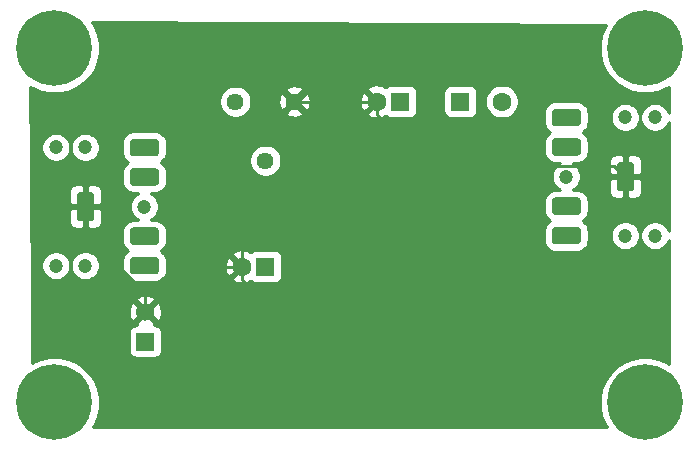
<source format=gbr>
G04 #@! TF.GenerationSoftware,KiCad,Pcbnew,(5.1.5-0-10_14)*
G04 #@! TF.CreationDate,2020-02-11T13:30:23+00:00*
G04 #@! TF.ProjectId,K1889054_A2000_01,4b313838-3930-4353-945f-41323030305f,1.0*
G04 #@! TF.SameCoordinates,Original*
G04 #@! TF.FileFunction,Copper,L2,Bot*
G04 #@! TF.FilePolarity,Positive*
%FSLAX46Y46*%
G04 Gerber Fmt 4.6, Leading zero omitted, Abs format (unit mm)*
G04 Created by KiCad (PCBNEW (5.1.5-0-10_14)) date 2020-02-11 13:30:23*
%MOMM*%
%LPD*%
G04 APERTURE LIST*
%ADD10C,1.200000*%
%ADD11C,0.100000*%
%ADD12C,1.600000*%
%ADD13R,1.600000X1.600000*%
%ADD14C,1.440000*%
%ADD15C,1.524000*%
%ADD16R,1.524000X1.524000*%
%ADD17C,6.400000*%
%ADD18C,0.600000*%
%ADD19C,0.700000*%
%ADD20C,0.250000*%
%ADD21C,0.254000*%
G04 APERTURE END LIST*
D10*
X107620000Y-103410000D03*
X105120000Y-103410000D03*
X112620000Y-98410000D03*
X107620000Y-93410000D03*
X105120000Y-93410000D03*
G04 #@! TA.AperFunction,ComponentPad*
D11*
G36*
X113531756Y-95161806D02*
G01*
X113568159Y-95167206D01*
X113603857Y-95176147D01*
X113638506Y-95188545D01*
X113671774Y-95204280D01*
X113703339Y-95223199D01*
X113732897Y-95245121D01*
X113760165Y-95269835D01*
X113784879Y-95297103D01*
X113806801Y-95326661D01*
X113825720Y-95358226D01*
X113841455Y-95391494D01*
X113853853Y-95426143D01*
X113862794Y-95461841D01*
X113868194Y-95498244D01*
X113870000Y-95535000D01*
X113870000Y-96285000D01*
X113868194Y-96321756D01*
X113862794Y-96358159D01*
X113853853Y-96393857D01*
X113841455Y-96428506D01*
X113825720Y-96461774D01*
X113806801Y-96493339D01*
X113784879Y-96522897D01*
X113760165Y-96550165D01*
X113732897Y-96574879D01*
X113703339Y-96596801D01*
X113671774Y-96615720D01*
X113638506Y-96631455D01*
X113603857Y-96643853D01*
X113568159Y-96652794D01*
X113531756Y-96658194D01*
X113495000Y-96660000D01*
X111745000Y-96660000D01*
X111708244Y-96658194D01*
X111671841Y-96652794D01*
X111636143Y-96643853D01*
X111601494Y-96631455D01*
X111568226Y-96615720D01*
X111536661Y-96596801D01*
X111507103Y-96574879D01*
X111479835Y-96550165D01*
X111455121Y-96522897D01*
X111433199Y-96493339D01*
X111414280Y-96461774D01*
X111398545Y-96428506D01*
X111386147Y-96393857D01*
X111377206Y-96358159D01*
X111371806Y-96321756D01*
X111370000Y-96285000D01*
X111370000Y-95535000D01*
X111371806Y-95498244D01*
X111377206Y-95461841D01*
X111386147Y-95426143D01*
X111398545Y-95391494D01*
X111414280Y-95358226D01*
X111433199Y-95326661D01*
X111455121Y-95297103D01*
X111479835Y-95269835D01*
X111507103Y-95245121D01*
X111536661Y-95223199D01*
X111568226Y-95204280D01*
X111601494Y-95188545D01*
X111636143Y-95176147D01*
X111671841Y-95167206D01*
X111708244Y-95161806D01*
X111745000Y-95160000D01*
X113495000Y-95160000D01*
X113531756Y-95161806D01*
G37*
G04 #@! TD.AperFunction*
G04 #@! TA.AperFunction,ComponentPad*
G36*
X113531756Y-92661806D02*
G01*
X113568159Y-92667206D01*
X113603857Y-92676147D01*
X113638506Y-92688545D01*
X113671774Y-92704280D01*
X113703339Y-92723199D01*
X113732897Y-92745121D01*
X113760165Y-92769835D01*
X113784879Y-92797103D01*
X113806801Y-92826661D01*
X113825720Y-92858226D01*
X113841455Y-92891494D01*
X113853853Y-92926143D01*
X113862794Y-92961841D01*
X113868194Y-92998244D01*
X113870000Y-93035000D01*
X113870000Y-93785000D01*
X113868194Y-93821756D01*
X113862794Y-93858159D01*
X113853853Y-93893857D01*
X113841455Y-93928506D01*
X113825720Y-93961774D01*
X113806801Y-93993339D01*
X113784879Y-94022897D01*
X113760165Y-94050165D01*
X113732897Y-94074879D01*
X113703339Y-94096801D01*
X113671774Y-94115720D01*
X113638506Y-94131455D01*
X113603857Y-94143853D01*
X113568159Y-94152794D01*
X113531756Y-94158194D01*
X113495000Y-94160000D01*
X111745000Y-94160000D01*
X111708244Y-94158194D01*
X111671841Y-94152794D01*
X111636143Y-94143853D01*
X111601494Y-94131455D01*
X111568226Y-94115720D01*
X111536661Y-94096801D01*
X111507103Y-94074879D01*
X111479835Y-94050165D01*
X111455121Y-94022897D01*
X111433199Y-93993339D01*
X111414280Y-93961774D01*
X111398545Y-93928506D01*
X111386147Y-93893857D01*
X111377206Y-93858159D01*
X111371806Y-93821756D01*
X111370000Y-93785000D01*
X111370000Y-93035000D01*
X111371806Y-92998244D01*
X111377206Y-92961841D01*
X111386147Y-92926143D01*
X111398545Y-92891494D01*
X111414280Y-92858226D01*
X111433199Y-92826661D01*
X111455121Y-92797103D01*
X111479835Y-92769835D01*
X111507103Y-92745121D01*
X111536661Y-92723199D01*
X111568226Y-92704280D01*
X111601494Y-92688545D01*
X111636143Y-92676147D01*
X111671841Y-92667206D01*
X111708244Y-92661806D01*
X111745000Y-92660000D01*
X113495000Y-92660000D01*
X113531756Y-92661806D01*
G37*
G04 #@! TD.AperFunction*
G04 #@! TA.AperFunction,ComponentPad*
G36*
X113531756Y-100161806D02*
G01*
X113568159Y-100167206D01*
X113603857Y-100176147D01*
X113638506Y-100188545D01*
X113671774Y-100204280D01*
X113703339Y-100223199D01*
X113732897Y-100245121D01*
X113760165Y-100269835D01*
X113784879Y-100297103D01*
X113806801Y-100326661D01*
X113825720Y-100358226D01*
X113841455Y-100391494D01*
X113853853Y-100426143D01*
X113862794Y-100461841D01*
X113868194Y-100498244D01*
X113870000Y-100535000D01*
X113870000Y-101285000D01*
X113868194Y-101321756D01*
X113862794Y-101358159D01*
X113853853Y-101393857D01*
X113841455Y-101428506D01*
X113825720Y-101461774D01*
X113806801Y-101493339D01*
X113784879Y-101522897D01*
X113760165Y-101550165D01*
X113732897Y-101574879D01*
X113703339Y-101596801D01*
X113671774Y-101615720D01*
X113638506Y-101631455D01*
X113603857Y-101643853D01*
X113568159Y-101652794D01*
X113531756Y-101658194D01*
X113495000Y-101660000D01*
X111745000Y-101660000D01*
X111708244Y-101658194D01*
X111671841Y-101652794D01*
X111636143Y-101643853D01*
X111601494Y-101631455D01*
X111568226Y-101615720D01*
X111536661Y-101596801D01*
X111507103Y-101574879D01*
X111479835Y-101550165D01*
X111455121Y-101522897D01*
X111433199Y-101493339D01*
X111414280Y-101461774D01*
X111398545Y-101428506D01*
X111386147Y-101393857D01*
X111377206Y-101358159D01*
X111371806Y-101321756D01*
X111370000Y-101285000D01*
X111370000Y-100535000D01*
X111371806Y-100498244D01*
X111377206Y-100461841D01*
X111386147Y-100426143D01*
X111398545Y-100391494D01*
X111414280Y-100358226D01*
X111433199Y-100326661D01*
X111455121Y-100297103D01*
X111479835Y-100269835D01*
X111507103Y-100245121D01*
X111536661Y-100223199D01*
X111568226Y-100204280D01*
X111601494Y-100188545D01*
X111636143Y-100176147D01*
X111671841Y-100167206D01*
X111708244Y-100161806D01*
X111745000Y-100160000D01*
X113495000Y-100160000D01*
X113531756Y-100161806D01*
G37*
G04 #@! TD.AperFunction*
G04 #@! TA.AperFunction,ComponentPad*
G36*
X113531756Y-102661806D02*
G01*
X113568159Y-102667206D01*
X113603857Y-102676147D01*
X113638506Y-102688545D01*
X113671774Y-102704280D01*
X113703339Y-102723199D01*
X113732897Y-102745121D01*
X113760165Y-102769835D01*
X113784879Y-102797103D01*
X113806801Y-102826661D01*
X113825720Y-102858226D01*
X113841455Y-102891494D01*
X113853853Y-102926143D01*
X113862794Y-102961841D01*
X113868194Y-102998244D01*
X113870000Y-103035000D01*
X113870000Y-103785000D01*
X113868194Y-103821756D01*
X113862794Y-103858159D01*
X113853853Y-103893857D01*
X113841455Y-103928506D01*
X113825720Y-103961774D01*
X113806801Y-103993339D01*
X113784879Y-104022897D01*
X113760165Y-104050165D01*
X113732897Y-104074879D01*
X113703339Y-104096801D01*
X113671774Y-104115720D01*
X113638506Y-104131455D01*
X113603857Y-104143853D01*
X113568159Y-104152794D01*
X113531756Y-104158194D01*
X113495000Y-104160000D01*
X111745000Y-104160000D01*
X111708244Y-104158194D01*
X111671841Y-104152794D01*
X111636143Y-104143853D01*
X111601494Y-104131455D01*
X111568226Y-104115720D01*
X111536661Y-104096801D01*
X111507103Y-104074879D01*
X111479835Y-104050165D01*
X111455121Y-104022897D01*
X111433199Y-103993339D01*
X111414280Y-103961774D01*
X111398545Y-103928506D01*
X111386147Y-103893857D01*
X111377206Y-103858159D01*
X111371806Y-103821756D01*
X111370000Y-103785000D01*
X111370000Y-103035000D01*
X111371806Y-102998244D01*
X111377206Y-102961841D01*
X111386147Y-102926143D01*
X111398545Y-102891494D01*
X111414280Y-102858226D01*
X111433199Y-102826661D01*
X111455121Y-102797103D01*
X111479835Y-102769835D01*
X111507103Y-102745121D01*
X111536661Y-102723199D01*
X111568226Y-102704280D01*
X111601494Y-102688545D01*
X111636143Y-102676147D01*
X111671841Y-102667206D01*
X111708244Y-102661806D01*
X111745000Y-102660000D01*
X113495000Y-102660000D01*
X113531756Y-102661806D01*
G37*
G04 #@! TD.AperFunction*
G04 #@! TA.AperFunction,ComponentPad*
G36*
X108031756Y-97161806D02*
G01*
X108068159Y-97167206D01*
X108103857Y-97176147D01*
X108138506Y-97188545D01*
X108171774Y-97204280D01*
X108203339Y-97223199D01*
X108232897Y-97245121D01*
X108260165Y-97269835D01*
X108284879Y-97297103D01*
X108306801Y-97326661D01*
X108325720Y-97358226D01*
X108341455Y-97391494D01*
X108353853Y-97426143D01*
X108362794Y-97461841D01*
X108368194Y-97498244D01*
X108370000Y-97535000D01*
X108370000Y-99285000D01*
X108368194Y-99321756D01*
X108362794Y-99358159D01*
X108353853Y-99393857D01*
X108341455Y-99428506D01*
X108325720Y-99461774D01*
X108306801Y-99493339D01*
X108284879Y-99522897D01*
X108260165Y-99550165D01*
X108232897Y-99574879D01*
X108203339Y-99596801D01*
X108171774Y-99615720D01*
X108138506Y-99631455D01*
X108103857Y-99643853D01*
X108068159Y-99652794D01*
X108031756Y-99658194D01*
X107995000Y-99660000D01*
X107245000Y-99660000D01*
X107208244Y-99658194D01*
X107171841Y-99652794D01*
X107136143Y-99643853D01*
X107101494Y-99631455D01*
X107068226Y-99615720D01*
X107036661Y-99596801D01*
X107007103Y-99574879D01*
X106979835Y-99550165D01*
X106955121Y-99522897D01*
X106933199Y-99493339D01*
X106914280Y-99461774D01*
X106898545Y-99428506D01*
X106886147Y-99393857D01*
X106877206Y-99358159D01*
X106871806Y-99321756D01*
X106870000Y-99285000D01*
X106870000Y-97535000D01*
X106871806Y-97498244D01*
X106877206Y-97461841D01*
X106886147Y-97426143D01*
X106898545Y-97391494D01*
X106914280Y-97358226D01*
X106933199Y-97326661D01*
X106955121Y-97297103D01*
X106979835Y-97269835D01*
X107007103Y-97245121D01*
X107036661Y-97223199D01*
X107068226Y-97204280D01*
X107101494Y-97188545D01*
X107136143Y-97176147D01*
X107171841Y-97167206D01*
X107208244Y-97161806D01*
X107245000Y-97160000D01*
X107995000Y-97160000D01*
X108031756Y-97161806D01*
G37*
G04 #@! TD.AperFunction*
D12*
X142870000Y-89520000D03*
D13*
X139370000Y-89520000D03*
D14*
X125320000Y-89520000D03*
X122860000Y-94520000D03*
X120320000Y-89520000D03*
D15*
X112700000Y-107300000D03*
D16*
X112700000Y-109840000D03*
D10*
X153340000Y-90870000D03*
X155840000Y-90870000D03*
X148340000Y-95870000D03*
X153340000Y-100870000D03*
X155840000Y-100870000D03*
G04 #@! TA.AperFunction,ComponentPad*
D11*
G36*
X149251756Y-97621806D02*
G01*
X149288159Y-97627206D01*
X149323857Y-97636147D01*
X149358506Y-97648545D01*
X149391774Y-97664280D01*
X149423339Y-97683199D01*
X149452897Y-97705121D01*
X149480165Y-97729835D01*
X149504879Y-97757103D01*
X149526801Y-97786661D01*
X149545720Y-97818226D01*
X149561455Y-97851494D01*
X149573853Y-97886143D01*
X149582794Y-97921841D01*
X149588194Y-97958244D01*
X149590000Y-97995000D01*
X149590000Y-98745000D01*
X149588194Y-98781756D01*
X149582794Y-98818159D01*
X149573853Y-98853857D01*
X149561455Y-98888506D01*
X149545720Y-98921774D01*
X149526801Y-98953339D01*
X149504879Y-98982897D01*
X149480165Y-99010165D01*
X149452897Y-99034879D01*
X149423339Y-99056801D01*
X149391774Y-99075720D01*
X149358506Y-99091455D01*
X149323857Y-99103853D01*
X149288159Y-99112794D01*
X149251756Y-99118194D01*
X149215000Y-99120000D01*
X147465000Y-99120000D01*
X147428244Y-99118194D01*
X147391841Y-99112794D01*
X147356143Y-99103853D01*
X147321494Y-99091455D01*
X147288226Y-99075720D01*
X147256661Y-99056801D01*
X147227103Y-99034879D01*
X147199835Y-99010165D01*
X147175121Y-98982897D01*
X147153199Y-98953339D01*
X147134280Y-98921774D01*
X147118545Y-98888506D01*
X147106147Y-98853857D01*
X147097206Y-98818159D01*
X147091806Y-98781756D01*
X147090000Y-98745000D01*
X147090000Y-97995000D01*
X147091806Y-97958244D01*
X147097206Y-97921841D01*
X147106147Y-97886143D01*
X147118545Y-97851494D01*
X147134280Y-97818226D01*
X147153199Y-97786661D01*
X147175121Y-97757103D01*
X147199835Y-97729835D01*
X147227103Y-97705121D01*
X147256661Y-97683199D01*
X147288226Y-97664280D01*
X147321494Y-97648545D01*
X147356143Y-97636147D01*
X147391841Y-97627206D01*
X147428244Y-97621806D01*
X147465000Y-97620000D01*
X149215000Y-97620000D01*
X149251756Y-97621806D01*
G37*
G04 #@! TD.AperFunction*
G04 #@! TA.AperFunction,ComponentPad*
G36*
X149251756Y-100121806D02*
G01*
X149288159Y-100127206D01*
X149323857Y-100136147D01*
X149358506Y-100148545D01*
X149391774Y-100164280D01*
X149423339Y-100183199D01*
X149452897Y-100205121D01*
X149480165Y-100229835D01*
X149504879Y-100257103D01*
X149526801Y-100286661D01*
X149545720Y-100318226D01*
X149561455Y-100351494D01*
X149573853Y-100386143D01*
X149582794Y-100421841D01*
X149588194Y-100458244D01*
X149590000Y-100495000D01*
X149590000Y-101245000D01*
X149588194Y-101281756D01*
X149582794Y-101318159D01*
X149573853Y-101353857D01*
X149561455Y-101388506D01*
X149545720Y-101421774D01*
X149526801Y-101453339D01*
X149504879Y-101482897D01*
X149480165Y-101510165D01*
X149452897Y-101534879D01*
X149423339Y-101556801D01*
X149391774Y-101575720D01*
X149358506Y-101591455D01*
X149323857Y-101603853D01*
X149288159Y-101612794D01*
X149251756Y-101618194D01*
X149215000Y-101620000D01*
X147465000Y-101620000D01*
X147428244Y-101618194D01*
X147391841Y-101612794D01*
X147356143Y-101603853D01*
X147321494Y-101591455D01*
X147288226Y-101575720D01*
X147256661Y-101556801D01*
X147227103Y-101534879D01*
X147199835Y-101510165D01*
X147175121Y-101482897D01*
X147153199Y-101453339D01*
X147134280Y-101421774D01*
X147118545Y-101388506D01*
X147106147Y-101353857D01*
X147097206Y-101318159D01*
X147091806Y-101281756D01*
X147090000Y-101245000D01*
X147090000Y-100495000D01*
X147091806Y-100458244D01*
X147097206Y-100421841D01*
X147106147Y-100386143D01*
X147118545Y-100351494D01*
X147134280Y-100318226D01*
X147153199Y-100286661D01*
X147175121Y-100257103D01*
X147199835Y-100229835D01*
X147227103Y-100205121D01*
X147256661Y-100183199D01*
X147288226Y-100164280D01*
X147321494Y-100148545D01*
X147356143Y-100136147D01*
X147391841Y-100127206D01*
X147428244Y-100121806D01*
X147465000Y-100120000D01*
X149215000Y-100120000D01*
X149251756Y-100121806D01*
G37*
G04 #@! TD.AperFunction*
G04 #@! TA.AperFunction,ComponentPad*
G36*
X149251756Y-92621806D02*
G01*
X149288159Y-92627206D01*
X149323857Y-92636147D01*
X149358506Y-92648545D01*
X149391774Y-92664280D01*
X149423339Y-92683199D01*
X149452897Y-92705121D01*
X149480165Y-92729835D01*
X149504879Y-92757103D01*
X149526801Y-92786661D01*
X149545720Y-92818226D01*
X149561455Y-92851494D01*
X149573853Y-92886143D01*
X149582794Y-92921841D01*
X149588194Y-92958244D01*
X149590000Y-92995000D01*
X149590000Y-93745000D01*
X149588194Y-93781756D01*
X149582794Y-93818159D01*
X149573853Y-93853857D01*
X149561455Y-93888506D01*
X149545720Y-93921774D01*
X149526801Y-93953339D01*
X149504879Y-93982897D01*
X149480165Y-94010165D01*
X149452897Y-94034879D01*
X149423339Y-94056801D01*
X149391774Y-94075720D01*
X149358506Y-94091455D01*
X149323857Y-94103853D01*
X149288159Y-94112794D01*
X149251756Y-94118194D01*
X149215000Y-94120000D01*
X147465000Y-94120000D01*
X147428244Y-94118194D01*
X147391841Y-94112794D01*
X147356143Y-94103853D01*
X147321494Y-94091455D01*
X147288226Y-94075720D01*
X147256661Y-94056801D01*
X147227103Y-94034879D01*
X147199835Y-94010165D01*
X147175121Y-93982897D01*
X147153199Y-93953339D01*
X147134280Y-93921774D01*
X147118545Y-93888506D01*
X147106147Y-93853857D01*
X147097206Y-93818159D01*
X147091806Y-93781756D01*
X147090000Y-93745000D01*
X147090000Y-92995000D01*
X147091806Y-92958244D01*
X147097206Y-92921841D01*
X147106147Y-92886143D01*
X147118545Y-92851494D01*
X147134280Y-92818226D01*
X147153199Y-92786661D01*
X147175121Y-92757103D01*
X147199835Y-92729835D01*
X147227103Y-92705121D01*
X147256661Y-92683199D01*
X147288226Y-92664280D01*
X147321494Y-92648545D01*
X147356143Y-92636147D01*
X147391841Y-92627206D01*
X147428244Y-92621806D01*
X147465000Y-92620000D01*
X149215000Y-92620000D01*
X149251756Y-92621806D01*
G37*
G04 #@! TD.AperFunction*
G04 #@! TA.AperFunction,ComponentPad*
G36*
X149251756Y-90121806D02*
G01*
X149288159Y-90127206D01*
X149323857Y-90136147D01*
X149358506Y-90148545D01*
X149391774Y-90164280D01*
X149423339Y-90183199D01*
X149452897Y-90205121D01*
X149480165Y-90229835D01*
X149504879Y-90257103D01*
X149526801Y-90286661D01*
X149545720Y-90318226D01*
X149561455Y-90351494D01*
X149573853Y-90386143D01*
X149582794Y-90421841D01*
X149588194Y-90458244D01*
X149590000Y-90495000D01*
X149590000Y-91245000D01*
X149588194Y-91281756D01*
X149582794Y-91318159D01*
X149573853Y-91353857D01*
X149561455Y-91388506D01*
X149545720Y-91421774D01*
X149526801Y-91453339D01*
X149504879Y-91482897D01*
X149480165Y-91510165D01*
X149452897Y-91534879D01*
X149423339Y-91556801D01*
X149391774Y-91575720D01*
X149358506Y-91591455D01*
X149323857Y-91603853D01*
X149288159Y-91612794D01*
X149251756Y-91618194D01*
X149215000Y-91620000D01*
X147465000Y-91620000D01*
X147428244Y-91618194D01*
X147391841Y-91612794D01*
X147356143Y-91603853D01*
X147321494Y-91591455D01*
X147288226Y-91575720D01*
X147256661Y-91556801D01*
X147227103Y-91534879D01*
X147199835Y-91510165D01*
X147175121Y-91482897D01*
X147153199Y-91453339D01*
X147134280Y-91421774D01*
X147118545Y-91388506D01*
X147106147Y-91353857D01*
X147097206Y-91318159D01*
X147091806Y-91281756D01*
X147090000Y-91245000D01*
X147090000Y-90495000D01*
X147091806Y-90458244D01*
X147097206Y-90421841D01*
X147106147Y-90386143D01*
X147118545Y-90351494D01*
X147134280Y-90318226D01*
X147153199Y-90286661D01*
X147175121Y-90257103D01*
X147199835Y-90229835D01*
X147227103Y-90205121D01*
X147256661Y-90183199D01*
X147288226Y-90164280D01*
X147321494Y-90148545D01*
X147356143Y-90136147D01*
X147391841Y-90127206D01*
X147428244Y-90121806D01*
X147465000Y-90120000D01*
X149215000Y-90120000D01*
X149251756Y-90121806D01*
G37*
G04 #@! TD.AperFunction*
G04 #@! TA.AperFunction,ComponentPad*
G36*
X153751756Y-94621806D02*
G01*
X153788159Y-94627206D01*
X153823857Y-94636147D01*
X153858506Y-94648545D01*
X153891774Y-94664280D01*
X153923339Y-94683199D01*
X153952897Y-94705121D01*
X153980165Y-94729835D01*
X154004879Y-94757103D01*
X154026801Y-94786661D01*
X154045720Y-94818226D01*
X154061455Y-94851494D01*
X154073853Y-94886143D01*
X154082794Y-94921841D01*
X154088194Y-94958244D01*
X154090000Y-94995000D01*
X154090000Y-96745000D01*
X154088194Y-96781756D01*
X154082794Y-96818159D01*
X154073853Y-96853857D01*
X154061455Y-96888506D01*
X154045720Y-96921774D01*
X154026801Y-96953339D01*
X154004879Y-96982897D01*
X153980165Y-97010165D01*
X153952897Y-97034879D01*
X153923339Y-97056801D01*
X153891774Y-97075720D01*
X153858506Y-97091455D01*
X153823857Y-97103853D01*
X153788159Y-97112794D01*
X153751756Y-97118194D01*
X153715000Y-97120000D01*
X152965000Y-97120000D01*
X152928244Y-97118194D01*
X152891841Y-97112794D01*
X152856143Y-97103853D01*
X152821494Y-97091455D01*
X152788226Y-97075720D01*
X152756661Y-97056801D01*
X152727103Y-97034879D01*
X152699835Y-97010165D01*
X152675121Y-96982897D01*
X152653199Y-96953339D01*
X152634280Y-96921774D01*
X152618545Y-96888506D01*
X152606147Y-96853857D01*
X152597206Y-96818159D01*
X152591806Y-96781756D01*
X152590000Y-96745000D01*
X152590000Y-94995000D01*
X152591806Y-94958244D01*
X152597206Y-94921841D01*
X152606147Y-94886143D01*
X152618545Y-94851494D01*
X152634280Y-94818226D01*
X152653199Y-94786661D01*
X152675121Y-94757103D01*
X152699835Y-94729835D01*
X152727103Y-94705121D01*
X152756661Y-94683199D01*
X152788226Y-94664280D01*
X152821494Y-94648545D01*
X152856143Y-94636147D01*
X152891841Y-94627206D01*
X152928244Y-94621806D01*
X152965000Y-94620000D01*
X153715000Y-94620000D01*
X153751756Y-94621806D01*
G37*
G04 #@! TD.AperFunction*
D12*
X132290000Y-89520000D03*
D13*
X134290000Y-89520000D03*
D12*
X120860000Y-103490000D03*
D13*
X122860000Y-103490000D03*
D17*
X155000000Y-85000000D03*
X105000000Y-85000000D03*
X155000000Y-115000000D03*
X105000000Y-115000000D03*
D18*
X131496000Y-104252000D03*
D19*
X131750000Y-109840000D03*
D18*
X117272000Y-112380000D03*
D20*
X116510000Y-103490000D02*
X112700000Y-107300000D01*
X120860000Y-103490000D02*
X116510000Y-103490000D01*
X120860000Y-104621370D02*
X120860000Y-103490000D01*
X126078630Y-109840000D02*
X120860000Y-104621370D01*
X131750000Y-109840000D02*
X126078630Y-109840000D01*
X107620000Y-99660000D02*
X107620000Y-98410000D01*
X107620000Y-100649966D02*
X107620000Y-99660000D01*
X112700000Y-105729966D02*
X107620000Y-100649966D01*
X112700000Y-107300000D02*
X112700000Y-105729966D01*
X120860000Y-93980000D02*
X125320000Y-89520000D01*
X120860000Y-103490000D02*
X120860000Y-93980000D01*
X125320000Y-89520000D02*
X132290000Y-89520000D01*
X136583629Y-94944999D02*
X132290000Y-90651370D01*
X132290000Y-90651370D02*
X132290000Y-89520000D01*
X152414999Y-94944999D02*
X136583629Y-94944999D01*
X153340000Y-95870000D02*
X152414999Y-94944999D01*
X131496000Y-109586000D02*
X131750000Y-109840000D01*
X131496000Y-104252000D02*
X131496000Y-109586000D01*
X117272000Y-111872000D02*
X112700000Y-107300000D01*
X117272000Y-112380000D02*
X117272000Y-111872000D01*
D21*
G36*
X151712287Y-83017592D02*
G01*
X151601467Y-83183446D01*
X151312377Y-83881372D01*
X151165000Y-84622285D01*
X151165000Y-85377715D01*
X151312377Y-86118628D01*
X151601467Y-86816554D01*
X152021161Y-87444670D01*
X152555330Y-87978839D01*
X153183446Y-88398533D01*
X153881372Y-88687623D01*
X154622285Y-88835000D01*
X155377715Y-88835000D01*
X156118628Y-88687623D01*
X156816554Y-88398533D01*
X157023000Y-88260590D01*
X157023000Y-90498803D01*
X156934443Y-90285008D01*
X156799287Y-90082733D01*
X156627267Y-89910713D01*
X156424992Y-89775557D01*
X156200236Y-89682460D01*
X155961637Y-89635000D01*
X155718363Y-89635000D01*
X155479764Y-89682460D01*
X155255008Y-89775557D01*
X155052733Y-89910713D01*
X154880713Y-90082733D01*
X154745557Y-90285008D01*
X154652460Y-90509764D01*
X154605000Y-90748363D01*
X154605000Y-90991637D01*
X154652460Y-91230236D01*
X154745557Y-91454992D01*
X154880713Y-91657267D01*
X155052733Y-91829287D01*
X155255008Y-91964443D01*
X155479764Y-92057540D01*
X155718363Y-92105000D01*
X155961637Y-92105000D01*
X156200236Y-92057540D01*
X156424992Y-91964443D01*
X156627267Y-91829287D01*
X156799287Y-91657267D01*
X156934443Y-91454992D01*
X157023000Y-91241197D01*
X157023000Y-100498803D01*
X156934443Y-100285008D01*
X156799287Y-100082733D01*
X156627267Y-99910713D01*
X156424992Y-99775557D01*
X156200236Y-99682460D01*
X155961637Y-99635000D01*
X155718363Y-99635000D01*
X155479764Y-99682460D01*
X155255008Y-99775557D01*
X155052733Y-99910713D01*
X154880713Y-100082733D01*
X154745557Y-100285008D01*
X154652460Y-100509764D01*
X154605000Y-100748363D01*
X154605000Y-100991637D01*
X154652460Y-101230236D01*
X154745557Y-101454992D01*
X154880713Y-101657267D01*
X155052733Y-101829287D01*
X155255008Y-101964443D01*
X155479764Y-102057540D01*
X155718363Y-102105000D01*
X155961637Y-102105000D01*
X156200236Y-102057540D01*
X156424992Y-101964443D01*
X156627267Y-101829287D01*
X156799287Y-101657267D01*
X156934443Y-101454992D01*
X157023000Y-101241197D01*
X157023000Y-111739410D01*
X156816554Y-111601467D01*
X156118628Y-111312377D01*
X155377715Y-111165000D01*
X154622285Y-111165000D01*
X153881372Y-111312377D01*
X153183446Y-111601467D01*
X152555330Y-112021161D01*
X152021161Y-112555330D01*
X151601467Y-113183446D01*
X151312377Y-113881372D01*
X151165000Y-114622285D01*
X151165000Y-115377715D01*
X151312377Y-116118628D01*
X151601467Y-116816554D01*
X151776828Y-117079000D01*
X108223172Y-117079000D01*
X108398533Y-116816554D01*
X108687623Y-116118628D01*
X108835000Y-115377715D01*
X108835000Y-114622285D01*
X108687623Y-113881372D01*
X108398533Y-113183446D01*
X107978839Y-112555330D01*
X107444670Y-112021161D01*
X106816554Y-111601467D01*
X106118628Y-111312377D01*
X105377715Y-111165000D01*
X104622285Y-111165000D01*
X103881372Y-111312377D01*
X103183446Y-111601467D01*
X103134037Y-111634481D01*
X103115240Y-109078000D01*
X111299928Y-109078000D01*
X111299928Y-110602000D01*
X111312188Y-110726482D01*
X111348498Y-110846180D01*
X111407463Y-110956494D01*
X111486815Y-111053185D01*
X111583506Y-111132537D01*
X111693820Y-111191502D01*
X111813518Y-111227812D01*
X111938000Y-111240072D01*
X113462000Y-111240072D01*
X113586482Y-111227812D01*
X113706180Y-111191502D01*
X113816494Y-111132537D01*
X113913185Y-111053185D01*
X113992537Y-110956494D01*
X114051502Y-110846180D01*
X114087812Y-110726482D01*
X114100072Y-110602000D01*
X114100072Y-109078000D01*
X114087812Y-108953518D01*
X114051502Y-108833820D01*
X113992537Y-108723506D01*
X113913185Y-108626815D01*
X113816494Y-108547463D01*
X113706180Y-108488498D01*
X113586482Y-108452188D01*
X113462000Y-108439928D01*
X113437317Y-108439928D01*
X113485960Y-108265565D01*
X112700000Y-107479605D01*
X111914040Y-108265565D01*
X111962683Y-108439928D01*
X111938000Y-108439928D01*
X111813518Y-108452188D01*
X111693820Y-108488498D01*
X111583506Y-108547463D01*
X111486815Y-108626815D01*
X111407463Y-108723506D01*
X111348498Y-108833820D01*
X111312188Y-108953518D01*
X111299928Y-109078000D01*
X103115240Y-109078000D01*
X103102696Y-107372017D01*
X111298090Y-107372017D01*
X111339078Y-107644133D01*
X111432364Y-107903023D01*
X111494344Y-108018980D01*
X111734435Y-108085960D01*
X112520395Y-107300000D01*
X112879605Y-107300000D01*
X113665565Y-108085960D01*
X113905656Y-108018980D01*
X114022756Y-107769952D01*
X114089023Y-107502865D01*
X114101910Y-107227983D01*
X114060922Y-106955867D01*
X113967636Y-106696977D01*
X113905656Y-106581020D01*
X113665565Y-106514040D01*
X112879605Y-107300000D01*
X112520395Y-107300000D01*
X111734435Y-106514040D01*
X111494344Y-106581020D01*
X111377244Y-106830048D01*
X111310977Y-107097135D01*
X111298090Y-107372017D01*
X103102696Y-107372017D01*
X103095067Y-106334435D01*
X111914040Y-106334435D01*
X112700000Y-107120395D01*
X113485960Y-106334435D01*
X113418980Y-106094344D01*
X113169952Y-105977244D01*
X112902865Y-105910977D01*
X112627983Y-105898090D01*
X112355867Y-105939078D01*
X112096977Y-106032364D01*
X111981020Y-106094344D01*
X111914040Y-106334435D01*
X103095067Y-106334435D01*
X103072669Y-103288363D01*
X103885000Y-103288363D01*
X103885000Y-103531637D01*
X103932460Y-103770236D01*
X104025557Y-103994992D01*
X104160713Y-104197267D01*
X104332733Y-104369287D01*
X104535008Y-104504443D01*
X104759764Y-104597540D01*
X104998363Y-104645000D01*
X105241637Y-104645000D01*
X105480236Y-104597540D01*
X105704992Y-104504443D01*
X105907267Y-104369287D01*
X106079287Y-104197267D01*
X106214443Y-103994992D01*
X106307540Y-103770236D01*
X106355000Y-103531637D01*
X106355000Y-103288363D01*
X106385000Y-103288363D01*
X106385000Y-103531637D01*
X106432460Y-103770236D01*
X106525557Y-103994992D01*
X106660713Y-104197267D01*
X106832733Y-104369287D01*
X107035008Y-104504443D01*
X107259764Y-104597540D01*
X107498363Y-104645000D01*
X107741637Y-104645000D01*
X107980236Y-104597540D01*
X108204992Y-104504443D01*
X108407267Y-104369287D01*
X108579287Y-104197267D01*
X108714443Y-103994992D01*
X108807540Y-103770236D01*
X108855000Y-103531637D01*
X108855000Y-103288363D01*
X108807540Y-103049764D01*
X108714443Y-102825008D01*
X108579287Y-102622733D01*
X108407267Y-102450713D01*
X108204992Y-102315557D01*
X107980236Y-102222460D01*
X107741637Y-102175000D01*
X107498363Y-102175000D01*
X107259764Y-102222460D01*
X107035008Y-102315557D01*
X106832733Y-102450713D01*
X106660713Y-102622733D01*
X106525557Y-102825008D01*
X106432460Y-103049764D01*
X106385000Y-103288363D01*
X106355000Y-103288363D01*
X106307540Y-103049764D01*
X106214443Y-102825008D01*
X106079287Y-102622733D01*
X105907267Y-102450713D01*
X105704992Y-102315557D01*
X105480236Y-102222460D01*
X105241637Y-102175000D01*
X104998363Y-102175000D01*
X104759764Y-102222460D01*
X104535008Y-102315557D01*
X104332733Y-102450713D01*
X104160713Y-102622733D01*
X104025557Y-102825008D01*
X103932460Y-103049764D01*
X103885000Y-103288363D01*
X103072669Y-103288363D01*
X103045991Y-99660000D01*
X106231928Y-99660000D01*
X106244188Y-99784482D01*
X106280498Y-99904180D01*
X106339463Y-100014494D01*
X106418815Y-100111185D01*
X106515506Y-100190537D01*
X106625820Y-100249502D01*
X106745518Y-100285812D01*
X106870000Y-100298072D01*
X107334250Y-100295000D01*
X107493000Y-100136250D01*
X107493000Y-98537000D01*
X107747000Y-98537000D01*
X107747000Y-100136250D01*
X107905750Y-100295000D01*
X108370000Y-100298072D01*
X108494482Y-100285812D01*
X108614180Y-100249502D01*
X108724494Y-100190537D01*
X108821185Y-100111185D01*
X108900537Y-100014494D01*
X108959502Y-99904180D01*
X108995812Y-99784482D01*
X109008072Y-99660000D01*
X109005000Y-98695750D01*
X108846250Y-98537000D01*
X107747000Y-98537000D01*
X107493000Y-98537000D01*
X106393750Y-98537000D01*
X106235000Y-98695750D01*
X106231928Y-99660000D01*
X103045991Y-99660000D01*
X103027609Y-97160000D01*
X106231928Y-97160000D01*
X106235000Y-98124250D01*
X106393750Y-98283000D01*
X107493000Y-98283000D01*
X107493000Y-96683750D01*
X107747000Y-96683750D01*
X107747000Y-98283000D01*
X108846250Y-98283000D01*
X109005000Y-98124250D01*
X109008072Y-97160000D01*
X108995812Y-97035518D01*
X108959502Y-96915820D01*
X108900537Y-96805506D01*
X108821185Y-96708815D01*
X108724494Y-96629463D01*
X108614180Y-96570498D01*
X108494482Y-96534188D01*
X108370000Y-96521928D01*
X107905750Y-96525000D01*
X107747000Y-96683750D01*
X107493000Y-96683750D01*
X107334250Y-96525000D01*
X106870000Y-96521928D01*
X106745518Y-96534188D01*
X106625820Y-96570498D01*
X106515506Y-96629463D01*
X106418815Y-96708815D01*
X106339463Y-96805506D01*
X106280498Y-96915820D01*
X106244188Y-97035518D01*
X106231928Y-97160000D01*
X103027609Y-97160000D01*
X102999140Y-93288363D01*
X103885000Y-93288363D01*
X103885000Y-93531637D01*
X103932460Y-93770236D01*
X104025557Y-93994992D01*
X104160713Y-94197267D01*
X104332733Y-94369287D01*
X104535008Y-94504443D01*
X104759764Y-94597540D01*
X104998363Y-94645000D01*
X105241637Y-94645000D01*
X105480236Y-94597540D01*
X105704992Y-94504443D01*
X105907267Y-94369287D01*
X106079287Y-94197267D01*
X106214443Y-93994992D01*
X106307540Y-93770236D01*
X106355000Y-93531637D01*
X106355000Y-93288363D01*
X106385000Y-93288363D01*
X106385000Y-93531637D01*
X106432460Y-93770236D01*
X106525557Y-93994992D01*
X106660713Y-94197267D01*
X106832733Y-94369287D01*
X107035008Y-94504443D01*
X107259764Y-94597540D01*
X107498363Y-94645000D01*
X107741637Y-94645000D01*
X107980236Y-94597540D01*
X108204992Y-94504443D01*
X108407267Y-94369287D01*
X108579287Y-94197267D01*
X108714443Y-93994992D01*
X108807540Y-93770236D01*
X108855000Y-93531637D01*
X108855000Y-93288363D01*
X108807540Y-93049764D01*
X108801425Y-93035000D01*
X110731928Y-93035000D01*
X110731928Y-93785000D01*
X110751394Y-93982641D01*
X110809044Y-94172686D01*
X110902661Y-94347833D01*
X111028650Y-94501350D01*
X111182167Y-94627339D01*
X111243272Y-94660000D01*
X111182167Y-94692661D01*
X111028650Y-94818650D01*
X110902661Y-94972167D01*
X110809044Y-95147314D01*
X110751394Y-95337359D01*
X110731928Y-95535000D01*
X110731928Y-96285000D01*
X110751394Y-96482641D01*
X110809044Y-96672686D01*
X110902661Y-96847833D01*
X111028650Y-97001350D01*
X111182167Y-97127339D01*
X111357314Y-97220956D01*
X111547359Y-97278606D01*
X111745000Y-97298072D01*
X112077221Y-97298072D01*
X112035008Y-97315557D01*
X111832733Y-97450713D01*
X111660713Y-97622733D01*
X111525557Y-97825008D01*
X111432460Y-98049764D01*
X111385000Y-98288363D01*
X111385000Y-98531637D01*
X111432460Y-98770236D01*
X111525557Y-98994992D01*
X111660713Y-99197267D01*
X111832733Y-99369287D01*
X112035008Y-99504443D01*
X112077221Y-99521928D01*
X111745000Y-99521928D01*
X111547359Y-99541394D01*
X111357314Y-99599044D01*
X111182167Y-99692661D01*
X111028650Y-99818650D01*
X110902661Y-99972167D01*
X110809044Y-100147314D01*
X110751394Y-100337359D01*
X110731928Y-100535000D01*
X110731928Y-101285000D01*
X110751394Y-101482641D01*
X110809044Y-101672686D01*
X110902661Y-101847833D01*
X111028650Y-102001350D01*
X111182167Y-102127339D01*
X111243272Y-102160000D01*
X111182167Y-102192661D01*
X111028650Y-102318650D01*
X110902661Y-102472167D01*
X110809044Y-102647314D01*
X110751394Y-102837359D01*
X110731928Y-103035000D01*
X110731928Y-103785000D01*
X110751394Y-103982641D01*
X110809044Y-104172686D01*
X110902661Y-104347833D01*
X111028650Y-104501350D01*
X111182167Y-104627339D01*
X111357314Y-104720956D01*
X111547359Y-104778606D01*
X111745000Y-104798072D01*
X113495000Y-104798072D01*
X113692641Y-104778606D01*
X113882686Y-104720956D01*
X114057833Y-104627339D01*
X114211350Y-104501350D01*
X114337339Y-104347833D01*
X114430956Y-104172686D01*
X114488606Y-103982641D01*
X114508072Y-103785000D01*
X114508072Y-103560512D01*
X119419783Y-103560512D01*
X119461213Y-103840130D01*
X119556397Y-104106292D01*
X119623329Y-104231514D01*
X119867298Y-104303097D01*
X120680395Y-103490000D01*
X119867298Y-102676903D01*
X119623329Y-102748486D01*
X119502429Y-103003996D01*
X119433700Y-103278184D01*
X119419783Y-103560512D01*
X114508072Y-103560512D01*
X114508072Y-103035000D01*
X114488606Y-102837359D01*
X114430956Y-102647314D01*
X114350772Y-102497298D01*
X120046903Y-102497298D01*
X120860000Y-103310395D01*
X120874143Y-103296253D01*
X121053748Y-103475858D01*
X121039605Y-103490000D01*
X121053748Y-103504143D01*
X120874143Y-103683748D01*
X120860000Y-103669605D01*
X120046903Y-104482702D01*
X120118486Y-104726671D01*
X120373996Y-104847571D01*
X120648184Y-104916300D01*
X120930512Y-104930217D01*
X121210130Y-104888787D01*
X121476292Y-104793603D01*
X121598309Y-104728384D01*
X121608815Y-104741185D01*
X121705506Y-104820537D01*
X121815820Y-104879502D01*
X121935518Y-104915812D01*
X122060000Y-104928072D01*
X123660000Y-104928072D01*
X123784482Y-104915812D01*
X123904180Y-104879502D01*
X124014494Y-104820537D01*
X124111185Y-104741185D01*
X124190537Y-104644494D01*
X124249502Y-104534180D01*
X124285812Y-104414482D01*
X124298072Y-104290000D01*
X124298072Y-102690000D01*
X124285812Y-102565518D01*
X124249502Y-102445820D01*
X124190537Y-102335506D01*
X124111185Y-102238815D01*
X124014494Y-102159463D01*
X123904180Y-102100498D01*
X123784482Y-102064188D01*
X123660000Y-102051928D01*
X122060000Y-102051928D01*
X121935518Y-102064188D01*
X121815820Y-102100498D01*
X121705506Y-102159463D01*
X121608815Y-102238815D01*
X121598193Y-102251758D01*
X121346004Y-102132429D01*
X121071816Y-102063700D01*
X120789488Y-102049783D01*
X120509870Y-102091213D01*
X120243708Y-102186397D01*
X120118486Y-102253329D01*
X120046903Y-102497298D01*
X114350772Y-102497298D01*
X114337339Y-102472167D01*
X114211350Y-102318650D01*
X114057833Y-102192661D01*
X113996728Y-102160000D01*
X114057833Y-102127339D01*
X114211350Y-102001350D01*
X114337339Y-101847833D01*
X114430956Y-101672686D01*
X114488606Y-101482641D01*
X114508072Y-101285000D01*
X114508072Y-100535000D01*
X114488606Y-100337359D01*
X114430956Y-100147314D01*
X114337339Y-99972167D01*
X114211350Y-99818650D01*
X114057833Y-99692661D01*
X113882686Y-99599044D01*
X113692641Y-99541394D01*
X113495000Y-99521928D01*
X113162779Y-99521928D01*
X113204992Y-99504443D01*
X113407267Y-99369287D01*
X113579287Y-99197267D01*
X113714443Y-98994992D01*
X113807540Y-98770236D01*
X113855000Y-98531637D01*
X113855000Y-98288363D01*
X113807540Y-98049764D01*
X113714443Y-97825008D01*
X113579287Y-97622733D01*
X113407267Y-97450713D01*
X113204992Y-97315557D01*
X113162779Y-97298072D01*
X113495000Y-97298072D01*
X113692641Y-97278606D01*
X113882686Y-97220956D01*
X114057833Y-97127339D01*
X114211350Y-97001350D01*
X114337339Y-96847833D01*
X114430956Y-96672686D01*
X114488606Y-96482641D01*
X114508072Y-96285000D01*
X114508072Y-95535000D01*
X114488606Y-95337359D01*
X114430956Y-95147314D01*
X114337339Y-94972167D01*
X114211350Y-94818650D01*
X114057833Y-94692661D01*
X113996728Y-94660000D01*
X114057833Y-94627339D01*
X114211350Y-94501350D01*
X114305569Y-94386544D01*
X121505000Y-94386544D01*
X121505000Y-94653456D01*
X121557072Y-94915239D01*
X121659215Y-95161833D01*
X121807503Y-95383762D01*
X121996238Y-95572497D01*
X122218167Y-95720785D01*
X122464761Y-95822928D01*
X122726544Y-95875000D01*
X122993456Y-95875000D01*
X123255239Y-95822928D01*
X123501833Y-95720785D01*
X123723762Y-95572497D01*
X123912497Y-95383762D01*
X124060785Y-95161833D01*
X124162928Y-94915239D01*
X124215000Y-94653456D01*
X124215000Y-94386544D01*
X124162928Y-94124761D01*
X124060785Y-93878167D01*
X123912497Y-93656238D01*
X123723762Y-93467503D01*
X123501833Y-93319215D01*
X123255239Y-93217072D01*
X122993456Y-93165000D01*
X122726544Y-93165000D01*
X122464761Y-93217072D01*
X122218167Y-93319215D01*
X121996238Y-93467503D01*
X121807503Y-93656238D01*
X121659215Y-93878167D01*
X121557072Y-94124761D01*
X121505000Y-94386544D01*
X114305569Y-94386544D01*
X114337339Y-94347833D01*
X114430956Y-94172686D01*
X114488606Y-93982641D01*
X114508072Y-93785000D01*
X114508072Y-93035000D01*
X114488606Y-92837359D01*
X114430956Y-92647314D01*
X114337339Y-92472167D01*
X114211350Y-92318650D01*
X114057833Y-92192661D01*
X113882686Y-92099044D01*
X113692641Y-92041394D01*
X113495000Y-92021928D01*
X111745000Y-92021928D01*
X111547359Y-92041394D01*
X111357314Y-92099044D01*
X111182167Y-92192661D01*
X111028650Y-92318650D01*
X110902661Y-92472167D01*
X110809044Y-92647314D01*
X110751394Y-92837359D01*
X110731928Y-93035000D01*
X108801425Y-93035000D01*
X108714443Y-92825008D01*
X108579287Y-92622733D01*
X108407267Y-92450713D01*
X108204992Y-92315557D01*
X107980236Y-92222460D01*
X107741637Y-92175000D01*
X107498363Y-92175000D01*
X107259764Y-92222460D01*
X107035008Y-92315557D01*
X106832733Y-92450713D01*
X106660713Y-92622733D01*
X106525557Y-92825008D01*
X106432460Y-93049764D01*
X106385000Y-93288363D01*
X106355000Y-93288363D01*
X106307540Y-93049764D01*
X106214443Y-92825008D01*
X106079287Y-92622733D01*
X105907267Y-92450713D01*
X105704992Y-92315557D01*
X105480236Y-92222460D01*
X105241637Y-92175000D01*
X104998363Y-92175000D01*
X104759764Y-92222460D01*
X104535008Y-92315557D01*
X104332733Y-92450713D01*
X104160713Y-92622733D01*
X104025557Y-92825008D01*
X103932460Y-93049764D01*
X103885000Y-93288363D01*
X102999140Y-93288363D01*
X102970450Y-89386544D01*
X118965000Y-89386544D01*
X118965000Y-89653456D01*
X119017072Y-89915239D01*
X119119215Y-90161833D01*
X119267503Y-90383762D01*
X119456238Y-90572497D01*
X119678167Y-90720785D01*
X119924761Y-90822928D01*
X120186544Y-90875000D01*
X120453456Y-90875000D01*
X120715239Y-90822928D01*
X120961833Y-90720785D01*
X121183762Y-90572497D01*
X121300699Y-90455560D01*
X124564045Y-90455560D01*
X124625932Y-90691368D01*
X124867790Y-90804266D01*
X125127027Y-90867811D01*
X125393680Y-90879561D01*
X125657501Y-90839063D01*
X125908353Y-90747875D01*
X126014068Y-90691368D01*
X126075955Y-90455560D01*
X125320000Y-89699605D01*
X124564045Y-90455560D01*
X121300699Y-90455560D01*
X121372497Y-90383762D01*
X121520785Y-90161833D01*
X121622928Y-89915239D01*
X121675000Y-89653456D01*
X121675000Y-89593680D01*
X123960439Y-89593680D01*
X124000937Y-89857501D01*
X124092125Y-90108353D01*
X124148632Y-90214068D01*
X124384440Y-90275955D01*
X125140395Y-89520000D01*
X125499605Y-89520000D01*
X126255560Y-90275955D01*
X126491368Y-90214068D01*
X126604266Y-89972210D01*
X126667811Y-89712973D01*
X126673207Y-89590512D01*
X130849783Y-89590512D01*
X130891213Y-89870130D01*
X130986397Y-90136292D01*
X131053329Y-90261514D01*
X131297298Y-90333097D01*
X132110395Y-89520000D01*
X131297298Y-88706903D01*
X131053329Y-88778486D01*
X130932429Y-89033996D01*
X130863700Y-89308184D01*
X130849783Y-89590512D01*
X126673207Y-89590512D01*
X126679561Y-89446320D01*
X126639063Y-89182499D01*
X126547875Y-88931647D01*
X126491368Y-88825932D01*
X126255560Y-88764045D01*
X125499605Y-89520000D01*
X125140395Y-89520000D01*
X124384440Y-88764045D01*
X124148632Y-88825932D01*
X124035734Y-89067790D01*
X123972189Y-89327027D01*
X123960439Y-89593680D01*
X121675000Y-89593680D01*
X121675000Y-89386544D01*
X121622928Y-89124761D01*
X121520785Y-88878167D01*
X121372497Y-88656238D01*
X121300699Y-88584440D01*
X124564045Y-88584440D01*
X125320000Y-89340395D01*
X126075955Y-88584440D01*
X126060959Y-88527298D01*
X131476903Y-88527298D01*
X132290000Y-89340395D01*
X132304143Y-89326253D01*
X132483748Y-89505858D01*
X132469605Y-89520000D01*
X132483748Y-89534143D01*
X132304143Y-89713748D01*
X132290000Y-89699605D01*
X131476903Y-90512702D01*
X131548486Y-90756671D01*
X131803996Y-90877571D01*
X132078184Y-90946300D01*
X132360512Y-90960217D01*
X132640130Y-90918787D01*
X132906292Y-90823603D01*
X133028309Y-90758384D01*
X133038815Y-90771185D01*
X133135506Y-90850537D01*
X133245820Y-90909502D01*
X133365518Y-90945812D01*
X133490000Y-90958072D01*
X135090000Y-90958072D01*
X135214482Y-90945812D01*
X135334180Y-90909502D01*
X135444494Y-90850537D01*
X135541185Y-90771185D01*
X135620537Y-90674494D01*
X135679502Y-90564180D01*
X135715812Y-90444482D01*
X135728072Y-90320000D01*
X135728072Y-88720000D01*
X137931928Y-88720000D01*
X137931928Y-90320000D01*
X137944188Y-90444482D01*
X137980498Y-90564180D01*
X138039463Y-90674494D01*
X138118815Y-90771185D01*
X138215506Y-90850537D01*
X138325820Y-90909502D01*
X138445518Y-90945812D01*
X138570000Y-90958072D01*
X140170000Y-90958072D01*
X140294482Y-90945812D01*
X140414180Y-90909502D01*
X140524494Y-90850537D01*
X140621185Y-90771185D01*
X140700537Y-90674494D01*
X140759502Y-90564180D01*
X140795812Y-90444482D01*
X140808072Y-90320000D01*
X140808072Y-89378665D01*
X141435000Y-89378665D01*
X141435000Y-89661335D01*
X141490147Y-89938574D01*
X141598320Y-90199727D01*
X141755363Y-90434759D01*
X141955241Y-90634637D01*
X142190273Y-90791680D01*
X142451426Y-90899853D01*
X142728665Y-90955000D01*
X143011335Y-90955000D01*
X143288574Y-90899853D01*
X143549727Y-90791680D01*
X143784759Y-90634637D01*
X143924396Y-90495000D01*
X146451928Y-90495000D01*
X146451928Y-91245000D01*
X146471394Y-91442641D01*
X146529044Y-91632686D01*
X146622661Y-91807833D01*
X146748650Y-91961350D01*
X146902167Y-92087339D01*
X146963272Y-92120000D01*
X146902167Y-92152661D01*
X146748650Y-92278650D01*
X146622661Y-92432167D01*
X146529044Y-92607314D01*
X146471394Y-92797359D01*
X146451928Y-92995000D01*
X146451928Y-93745000D01*
X146471394Y-93942641D01*
X146529044Y-94132686D01*
X146622661Y-94307833D01*
X146748650Y-94461350D01*
X146902167Y-94587339D01*
X147077314Y-94680956D01*
X147267359Y-94738606D01*
X147465000Y-94758072D01*
X147797221Y-94758072D01*
X147755008Y-94775557D01*
X147552733Y-94910713D01*
X147380713Y-95082733D01*
X147245557Y-95285008D01*
X147152460Y-95509764D01*
X147105000Y-95748363D01*
X147105000Y-95991637D01*
X147152460Y-96230236D01*
X147245557Y-96454992D01*
X147380713Y-96657267D01*
X147552733Y-96829287D01*
X147755008Y-96964443D01*
X147797221Y-96981928D01*
X147465000Y-96981928D01*
X147267359Y-97001394D01*
X147077314Y-97059044D01*
X146902167Y-97152661D01*
X146748650Y-97278650D01*
X146622661Y-97432167D01*
X146529044Y-97607314D01*
X146471394Y-97797359D01*
X146451928Y-97995000D01*
X146451928Y-98745000D01*
X146471394Y-98942641D01*
X146529044Y-99132686D01*
X146622661Y-99307833D01*
X146748650Y-99461350D01*
X146902167Y-99587339D01*
X146963272Y-99620000D01*
X146902167Y-99652661D01*
X146748650Y-99778650D01*
X146622661Y-99932167D01*
X146529044Y-100107314D01*
X146471394Y-100297359D01*
X146451928Y-100495000D01*
X146451928Y-101245000D01*
X146471394Y-101442641D01*
X146529044Y-101632686D01*
X146622661Y-101807833D01*
X146748650Y-101961350D01*
X146902167Y-102087339D01*
X147077314Y-102180956D01*
X147267359Y-102238606D01*
X147465000Y-102258072D01*
X149215000Y-102258072D01*
X149412641Y-102238606D01*
X149602686Y-102180956D01*
X149777833Y-102087339D01*
X149931350Y-101961350D01*
X150057339Y-101807833D01*
X150150956Y-101632686D01*
X150208606Y-101442641D01*
X150228072Y-101245000D01*
X150228072Y-100748363D01*
X152105000Y-100748363D01*
X152105000Y-100991637D01*
X152152460Y-101230236D01*
X152245557Y-101454992D01*
X152380713Y-101657267D01*
X152552733Y-101829287D01*
X152755008Y-101964443D01*
X152979764Y-102057540D01*
X153218363Y-102105000D01*
X153461637Y-102105000D01*
X153700236Y-102057540D01*
X153924992Y-101964443D01*
X154127267Y-101829287D01*
X154299287Y-101657267D01*
X154434443Y-101454992D01*
X154527540Y-101230236D01*
X154575000Y-100991637D01*
X154575000Y-100748363D01*
X154527540Y-100509764D01*
X154434443Y-100285008D01*
X154299287Y-100082733D01*
X154127267Y-99910713D01*
X153924992Y-99775557D01*
X153700236Y-99682460D01*
X153461637Y-99635000D01*
X153218363Y-99635000D01*
X152979764Y-99682460D01*
X152755008Y-99775557D01*
X152552733Y-99910713D01*
X152380713Y-100082733D01*
X152245557Y-100285008D01*
X152152460Y-100509764D01*
X152105000Y-100748363D01*
X150228072Y-100748363D01*
X150228072Y-100495000D01*
X150208606Y-100297359D01*
X150150956Y-100107314D01*
X150057339Y-99932167D01*
X149931350Y-99778650D01*
X149777833Y-99652661D01*
X149716728Y-99620000D01*
X149777833Y-99587339D01*
X149931350Y-99461350D01*
X150057339Y-99307833D01*
X150150956Y-99132686D01*
X150208606Y-98942641D01*
X150228072Y-98745000D01*
X150228072Y-97995000D01*
X150208606Y-97797359D01*
X150150956Y-97607314D01*
X150057339Y-97432167D01*
X149931350Y-97278650D01*
X149777833Y-97152661D01*
X149716728Y-97120000D01*
X151951928Y-97120000D01*
X151964188Y-97244482D01*
X152000498Y-97364180D01*
X152059463Y-97474494D01*
X152138815Y-97571185D01*
X152235506Y-97650537D01*
X152345820Y-97709502D01*
X152465518Y-97745812D01*
X152590000Y-97758072D01*
X153054250Y-97755000D01*
X153213000Y-97596250D01*
X153213000Y-95997000D01*
X153467000Y-95997000D01*
X153467000Y-97596250D01*
X153625750Y-97755000D01*
X154090000Y-97758072D01*
X154214482Y-97745812D01*
X154334180Y-97709502D01*
X154444494Y-97650537D01*
X154541185Y-97571185D01*
X154620537Y-97474494D01*
X154679502Y-97364180D01*
X154715812Y-97244482D01*
X154728072Y-97120000D01*
X154725000Y-96155750D01*
X154566250Y-95997000D01*
X153467000Y-95997000D01*
X153213000Y-95997000D01*
X152113750Y-95997000D01*
X151955000Y-96155750D01*
X151951928Y-97120000D01*
X149716728Y-97120000D01*
X149602686Y-97059044D01*
X149412641Y-97001394D01*
X149215000Y-96981928D01*
X148882779Y-96981928D01*
X148924992Y-96964443D01*
X149127267Y-96829287D01*
X149299287Y-96657267D01*
X149434443Y-96454992D01*
X149527540Y-96230236D01*
X149575000Y-95991637D01*
X149575000Y-95748363D01*
X149527540Y-95509764D01*
X149434443Y-95285008D01*
X149299287Y-95082733D01*
X149127267Y-94910713D01*
X148924992Y-94775557D01*
X148882779Y-94758072D01*
X149215000Y-94758072D01*
X149412641Y-94738606D01*
X149602686Y-94680956D01*
X149716727Y-94620000D01*
X151951928Y-94620000D01*
X151955000Y-95584250D01*
X152113750Y-95743000D01*
X153213000Y-95743000D01*
X153213000Y-94143750D01*
X153467000Y-94143750D01*
X153467000Y-95743000D01*
X154566250Y-95743000D01*
X154725000Y-95584250D01*
X154728072Y-94620000D01*
X154715812Y-94495518D01*
X154679502Y-94375820D01*
X154620537Y-94265506D01*
X154541185Y-94168815D01*
X154444494Y-94089463D01*
X154334180Y-94030498D01*
X154214482Y-93994188D01*
X154090000Y-93981928D01*
X153625750Y-93985000D01*
X153467000Y-94143750D01*
X153213000Y-94143750D01*
X153054250Y-93985000D01*
X152590000Y-93981928D01*
X152465518Y-93994188D01*
X152345820Y-94030498D01*
X152235506Y-94089463D01*
X152138815Y-94168815D01*
X152059463Y-94265506D01*
X152000498Y-94375820D01*
X151964188Y-94495518D01*
X151951928Y-94620000D01*
X149716727Y-94620000D01*
X149777833Y-94587339D01*
X149931350Y-94461350D01*
X150057339Y-94307833D01*
X150150956Y-94132686D01*
X150208606Y-93942641D01*
X150228072Y-93745000D01*
X150228072Y-92995000D01*
X150208606Y-92797359D01*
X150150956Y-92607314D01*
X150057339Y-92432167D01*
X149931350Y-92278650D01*
X149777833Y-92152661D01*
X149716728Y-92120000D01*
X149777833Y-92087339D01*
X149931350Y-91961350D01*
X150057339Y-91807833D01*
X150150956Y-91632686D01*
X150208606Y-91442641D01*
X150228072Y-91245000D01*
X150228072Y-90748363D01*
X152105000Y-90748363D01*
X152105000Y-90991637D01*
X152152460Y-91230236D01*
X152245557Y-91454992D01*
X152380713Y-91657267D01*
X152552733Y-91829287D01*
X152755008Y-91964443D01*
X152979764Y-92057540D01*
X153218363Y-92105000D01*
X153461637Y-92105000D01*
X153700236Y-92057540D01*
X153924992Y-91964443D01*
X154127267Y-91829287D01*
X154299287Y-91657267D01*
X154434443Y-91454992D01*
X154527540Y-91230236D01*
X154575000Y-90991637D01*
X154575000Y-90748363D01*
X154527540Y-90509764D01*
X154434443Y-90285008D01*
X154299287Y-90082733D01*
X154127267Y-89910713D01*
X153924992Y-89775557D01*
X153700236Y-89682460D01*
X153461637Y-89635000D01*
X153218363Y-89635000D01*
X152979764Y-89682460D01*
X152755008Y-89775557D01*
X152552733Y-89910713D01*
X152380713Y-90082733D01*
X152245557Y-90285008D01*
X152152460Y-90509764D01*
X152105000Y-90748363D01*
X150228072Y-90748363D01*
X150228072Y-90495000D01*
X150208606Y-90297359D01*
X150150956Y-90107314D01*
X150057339Y-89932167D01*
X149931350Y-89778650D01*
X149777833Y-89652661D01*
X149602686Y-89559044D01*
X149412641Y-89501394D01*
X149215000Y-89481928D01*
X147465000Y-89481928D01*
X147267359Y-89501394D01*
X147077314Y-89559044D01*
X146902167Y-89652661D01*
X146748650Y-89778650D01*
X146622661Y-89932167D01*
X146529044Y-90107314D01*
X146471394Y-90297359D01*
X146451928Y-90495000D01*
X143924396Y-90495000D01*
X143984637Y-90434759D01*
X144141680Y-90199727D01*
X144249853Y-89938574D01*
X144305000Y-89661335D01*
X144305000Y-89378665D01*
X144249853Y-89101426D01*
X144141680Y-88840273D01*
X143984637Y-88605241D01*
X143784759Y-88405363D01*
X143549727Y-88248320D01*
X143288574Y-88140147D01*
X143011335Y-88085000D01*
X142728665Y-88085000D01*
X142451426Y-88140147D01*
X142190273Y-88248320D01*
X141955241Y-88405363D01*
X141755363Y-88605241D01*
X141598320Y-88840273D01*
X141490147Y-89101426D01*
X141435000Y-89378665D01*
X140808072Y-89378665D01*
X140808072Y-88720000D01*
X140795812Y-88595518D01*
X140759502Y-88475820D01*
X140700537Y-88365506D01*
X140621185Y-88268815D01*
X140524494Y-88189463D01*
X140414180Y-88130498D01*
X140294482Y-88094188D01*
X140170000Y-88081928D01*
X138570000Y-88081928D01*
X138445518Y-88094188D01*
X138325820Y-88130498D01*
X138215506Y-88189463D01*
X138118815Y-88268815D01*
X138039463Y-88365506D01*
X137980498Y-88475820D01*
X137944188Y-88595518D01*
X137931928Y-88720000D01*
X135728072Y-88720000D01*
X135715812Y-88595518D01*
X135679502Y-88475820D01*
X135620537Y-88365506D01*
X135541185Y-88268815D01*
X135444494Y-88189463D01*
X135334180Y-88130498D01*
X135214482Y-88094188D01*
X135090000Y-88081928D01*
X133490000Y-88081928D01*
X133365518Y-88094188D01*
X133245820Y-88130498D01*
X133135506Y-88189463D01*
X133038815Y-88268815D01*
X133028193Y-88281758D01*
X132776004Y-88162429D01*
X132501816Y-88093700D01*
X132219488Y-88079783D01*
X131939870Y-88121213D01*
X131673708Y-88216397D01*
X131548486Y-88283329D01*
X131476903Y-88527298D01*
X126060959Y-88527298D01*
X126014068Y-88348632D01*
X125772210Y-88235734D01*
X125512973Y-88172189D01*
X125246320Y-88160439D01*
X124982499Y-88200937D01*
X124731647Y-88292125D01*
X124625932Y-88348632D01*
X124564045Y-88584440D01*
X121300699Y-88584440D01*
X121183762Y-88467503D01*
X120961833Y-88319215D01*
X120715239Y-88217072D01*
X120453456Y-88165000D01*
X120186544Y-88165000D01*
X119924761Y-88217072D01*
X119678167Y-88319215D01*
X119456238Y-88467503D01*
X119267503Y-88656238D01*
X119119215Y-88878167D01*
X119017072Y-89124761D01*
X118965000Y-89386544D01*
X102970450Y-89386544D01*
X102962097Y-88250632D01*
X103183446Y-88398533D01*
X103881372Y-88687623D01*
X104622285Y-88835000D01*
X105377715Y-88835000D01*
X106118628Y-88687623D01*
X106816554Y-88398533D01*
X107444670Y-87978839D01*
X107978839Y-87444670D01*
X108398533Y-86816554D01*
X108687623Y-86118628D01*
X108835000Y-85377715D01*
X108835000Y-84622285D01*
X108687623Y-83881372D01*
X108398533Y-83183446D01*
X108151702Y-82814038D01*
X151712287Y-83017592D01*
G37*
X151712287Y-83017592D02*
X151601467Y-83183446D01*
X151312377Y-83881372D01*
X151165000Y-84622285D01*
X151165000Y-85377715D01*
X151312377Y-86118628D01*
X151601467Y-86816554D01*
X152021161Y-87444670D01*
X152555330Y-87978839D01*
X153183446Y-88398533D01*
X153881372Y-88687623D01*
X154622285Y-88835000D01*
X155377715Y-88835000D01*
X156118628Y-88687623D01*
X156816554Y-88398533D01*
X157023000Y-88260590D01*
X157023000Y-90498803D01*
X156934443Y-90285008D01*
X156799287Y-90082733D01*
X156627267Y-89910713D01*
X156424992Y-89775557D01*
X156200236Y-89682460D01*
X155961637Y-89635000D01*
X155718363Y-89635000D01*
X155479764Y-89682460D01*
X155255008Y-89775557D01*
X155052733Y-89910713D01*
X154880713Y-90082733D01*
X154745557Y-90285008D01*
X154652460Y-90509764D01*
X154605000Y-90748363D01*
X154605000Y-90991637D01*
X154652460Y-91230236D01*
X154745557Y-91454992D01*
X154880713Y-91657267D01*
X155052733Y-91829287D01*
X155255008Y-91964443D01*
X155479764Y-92057540D01*
X155718363Y-92105000D01*
X155961637Y-92105000D01*
X156200236Y-92057540D01*
X156424992Y-91964443D01*
X156627267Y-91829287D01*
X156799287Y-91657267D01*
X156934443Y-91454992D01*
X157023000Y-91241197D01*
X157023000Y-100498803D01*
X156934443Y-100285008D01*
X156799287Y-100082733D01*
X156627267Y-99910713D01*
X156424992Y-99775557D01*
X156200236Y-99682460D01*
X155961637Y-99635000D01*
X155718363Y-99635000D01*
X155479764Y-99682460D01*
X155255008Y-99775557D01*
X155052733Y-99910713D01*
X154880713Y-100082733D01*
X154745557Y-100285008D01*
X154652460Y-100509764D01*
X154605000Y-100748363D01*
X154605000Y-100991637D01*
X154652460Y-101230236D01*
X154745557Y-101454992D01*
X154880713Y-101657267D01*
X155052733Y-101829287D01*
X155255008Y-101964443D01*
X155479764Y-102057540D01*
X155718363Y-102105000D01*
X155961637Y-102105000D01*
X156200236Y-102057540D01*
X156424992Y-101964443D01*
X156627267Y-101829287D01*
X156799287Y-101657267D01*
X156934443Y-101454992D01*
X157023000Y-101241197D01*
X157023000Y-111739410D01*
X156816554Y-111601467D01*
X156118628Y-111312377D01*
X155377715Y-111165000D01*
X154622285Y-111165000D01*
X153881372Y-111312377D01*
X153183446Y-111601467D01*
X152555330Y-112021161D01*
X152021161Y-112555330D01*
X151601467Y-113183446D01*
X151312377Y-113881372D01*
X151165000Y-114622285D01*
X151165000Y-115377715D01*
X151312377Y-116118628D01*
X151601467Y-116816554D01*
X151776828Y-117079000D01*
X108223172Y-117079000D01*
X108398533Y-116816554D01*
X108687623Y-116118628D01*
X108835000Y-115377715D01*
X108835000Y-114622285D01*
X108687623Y-113881372D01*
X108398533Y-113183446D01*
X107978839Y-112555330D01*
X107444670Y-112021161D01*
X106816554Y-111601467D01*
X106118628Y-111312377D01*
X105377715Y-111165000D01*
X104622285Y-111165000D01*
X103881372Y-111312377D01*
X103183446Y-111601467D01*
X103134037Y-111634481D01*
X103115240Y-109078000D01*
X111299928Y-109078000D01*
X111299928Y-110602000D01*
X111312188Y-110726482D01*
X111348498Y-110846180D01*
X111407463Y-110956494D01*
X111486815Y-111053185D01*
X111583506Y-111132537D01*
X111693820Y-111191502D01*
X111813518Y-111227812D01*
X111938000Y-111240072D01*
X113462000Y-111240072D01*
X113586482Y-111227812D01*
X113706180Y-111191502D01*
X113816494Y-111132537D01*
X113913185Y-111053185D01*
X113992537Y-110956494D01*
X114051502Y-110846180D01*
X114087812Y-110726482D01*
X114100072Y-110602000D01*
X114100072Y-109078000D01*
X114087812Y-108953518D01*
X114051502Y-108833820D01*
X113992537Y-108723506D01*
X113913185Y-108626815D01*
X113816494Y-108547463D01*
X113706180Y-108488498D01*
X113586482Y-108452188D01*
X113462000Y-108439928D01*
X113437317Y-108439928D01*
X113485960Y-108265565D01*
X112700000Y-107479605D01*
X111914040Y-108265565D01*
X111962683Y-108439928D01*
X111938000Y-108439928D01*
X111813518Y-108452188D01*
X111693820Y-108488498D01*
X111583506Y-108547463D01*
X111486815Y-108626815D01*
X111407463Y-108723506D01*
X111348498Y-108833820D01*
X111312188Y-108953518D01*
X111299928Y-109078000D01*
X103115240Y-109078000D01*
X103102696Y-107372017D01*
X111298090Y-107372017D01*
X111339078Y-107644133D01*
X111432364Y-107903023D01*
X111494344Y-108018980D01*
X111734435Y-108085960D01*
X112520395Y-107300000D01*
X112879605Y-107300000D01*
X113665565Y-108085960D01*
X113905656Y-108018980D01*
X114022756Y-107769952D01*
X114089023Y-107502865D01*
X114101910Y-107227983D01*
X114060922Y-106955867D01*
X113967636Y-106696977D01*
X113905656Y-106581020D01*
X113665565Y-106514040D01*
X112879605Y-107300000D01*
X112520395Y-107300000D01*
X111734435Y-106514040D01*
X111494344Y-106581020D01*
X111377244Y-106830048D01*
X111310977Y-107097135D01*
X111298090Y-107372017D01*
X103102696Y-107372017D01*
X103095067Y-106334435D01*
X111914040Y-106334435D01*
X112700000Y-107120395D01*
X113485960Y-106334435D01*
X113418980Y-106094344D01*
X113169952Y-105977244D01*
X112902865Y-105910977D01*
X112627983Y-105898090D01*
X112355867Y-105939078D01*
X112096977Y-106032364D01*
X111981020Y-106094344D01*
X111914040Y-106334435D01*
X103095067Y-106334435D01*
X103072669Y-103288363D01*
X103885000Y-103288363D01*
X103885000Y-103531637D01*
X103932460Y-103770236D01*
X104025557Y-103994992D01*
X104160713Y-104197267D01*
X104332733Y-104369287D01*
X104535008Y-104504443D01*
X104759764Y-104597540D01*
X104998363Y-104645000D01*
X105241637Y-104645000D01*
X105480236Y-104597540D01*
X105704992Y-104504443D01*
X105907267Y-104369287D01*
X106079287Y-104197267D01*
X106214443Y-103994992D01*
X106307540Y-103770236D01*
X106355000Y-103531637D01*
X106355000Y-103288363D01*
X106385000Y-103288363D01*
X106385000Y-103531637D01*
X106432460Y-103770236D01*
X106525557Y-103994992D01*
X106660713Y-104197267D01*
X106832733Y-104369287D01*
X107035008Y-104504443D01*
X107259764Y-104597540D01*
X107498363Y-104645000D01*
X107741637Y-104645000D01*
X107980236Y-104597540D01*
X108204992Y-104504443D01*
X108407267Y-104369287D01*
X108579287Y-104197267D01*
X108714443Y-103994992D01*
X108807540Y-103770236D01*
X108855000Y-103531637D01*
X108855000Y-103288363D01*
X108807540Y-103049764D01*
X108714443Y-102825008D01*
X108579287Y-102622733D01*
X108407267Y-102450713D01*
X108204992Y-102315557D01*
X107980236Y-102222460D01*
X107741637Y-102175000D01*
X107498363Y-102175000D01*
X107259764Y-102222460D01*
X107035008Y-102315557D01*
X106832733Y-102450713D01*
X106660713Y-102622733D01*
X106525557Y-102825008D01*
X106432460Y-103049764D01*
X106385000Y-103288363D01*
X106355000Y-103288363D01*
X106307540Y-103049764D01*
X106214443Y-102825008D01*
X106079287Y-102622733D01*
X105907267Y-102450713D01*
X105704992Y-102315557D01*
X105480236Y-102222460D01*
X105241637Y-102175000D01*
X104998363Y-102175000D01*
X104759764Y-102222460D01*
X104535008Y-102315557D01*
X104332733Y-102450713D01*
X104160713Y-102622733D01*
X104025557Y-102825008D01*
X103932460Y-103049764D01*
X103885000Y-103288363D01*
X103072669Y-103288363D01*
X103045991Y-99660000D01*
X106231928Y-99660000D01*
X106244188Y-99784482D01*
X106280498Y-99904180D01*
X106339463Y-100014494D01*
X106418815Y-100111185D01*
X106515506Y-100190537D01*
X106625820Y-100249502D01*
X106745518Y-100285812D01*
X106870000Y-100298072D01*
X107334250Y-100295000D01*
X107493000Y-100136250D01*
X107493000Y-98537000D01*
X107747000Y-98537000D01*
X107747000Y-100136250D01*
X107905750Y-100295000D01*
X108370000Y-100298072D01*
X108494482Y-100285812D01*
X108614180Y-100249502D01*
X108724494Y-100190537D01*
X108821185Y-100111185D01*
X108900537Y-100014494D01*
X108959502Y-99904180D01*
X108995812Y-99784482D01*
X109008072Y-99660000D01*
X109005000Y-98695750D01*
X108846250Y-98537000D01*
X107747000Y-98537000D01*
X107493000Y-98537000D01*
X106393750Y-98537000D01*
X106235000Y-98695750D01*
X106231928Y-99660000D01*
X103045991Y-99660000D01*
X103027609Y-97160000D01*
X106231928Y-97160000D01*
X106235000Y-98124250D01*
X106393750Y-98283000D01*
X107493000Y-98283000D01*
X107493000Y-96683750D01*
X107747000Y-96683750D01*
X107747000Y-98283000D01*
X108846250Y-98283000D01*
X109005000Y-98124250D01*
X109008072Y-97160000D01*
X108995812Y-97035518D01*
X108959502Y-96915820D01*
X108900537Y-96805506D01*
X108821185Y-96708815D01*
X108724494Y-96629463D01*
X108614180Y-96570498D01*
X108494482Y-96534188D01*
X108370000Y-96521928D01*
X107905750Y-96525000D01*
X107747000Y-96683750D01*
X107493000Y-96683750D01*
X107334250Y-96525000D01*
X106870000Y-96521928D01*
X106745518Y-96534188D01*
X106625820Y-96570498D01*
X106515506Y-96629463D01*
X106418815Y-96708815D01*
X106339463Y-96805506D01*
X106280498Y-96915820D01*
X106244188Y-97035518D01*
X106231928Y-97160000D01*
X103027609Y-97160000D01*
X102999140Y-93288363D01*
X103885000Y-93288363D01*
X103885000Y-93531637D01*
X103932460Y-93770236D01*
X104025557Y-93994992D01*
X104160713Y-94197267D01*
X104332733Y-94369287D01*
X104535008Y-94504443D01*
X104759764Y-94597540D01*
X104998363Y-94645000D01*
X105241637Y-94645000D01*
X105480236Y-94597540D01*
X105704992Y-94504443D01*
X105907267Y-94369287D01*
X106079287Y-94197267D01*
X106214443Y-93994992D01*
X106307540Y-93770236D01*
X106355000Y-93531637D01*
X106355000Y-93288363D01*
X106385000Y-93288363D01*
X106385000Y-93531637D01*
X106432460Y-93770236D01*
X106525557Y-93994992D01*
X106660713Y-94197267D01*
X106832733Y-94369287D01*
X107035008Y-94504443D01*
X107259764Y-94597540D01*
X107498363Y-94645000D01*
X107741637Y-94645000D01*
X107980236Y-94597540D01*
X108204992Y-94504443D01*
X108407267Y-94369287D01*
X108579287Y-94197267D01*
X108714443Y-93994992D01*
X108807540Y-93770236D01*
X108855000Y-93531637D01*
X108855000Y-93288363D01*
X108807540Y-93049764D01*
X108801425Y-93035000D01*
X110731928Y-93035000D01*
X110731928Y-93785000D01*
X110751394Y-93982641D01*
X110809044Y-94172686D01*
X110902661Y-94347833D01*
X111028650Y-94501350D01*
X111182167Y-94627339D01*
X111243272Y-94660000D01*
X111182167Y-94692661D01*
X111028650Y-94818650D01*
X110902661Y-94972167D01*
X110809044Y-95147314D01*
X110751394Y-95337359D01*
X110731928Y-95535000D01*
X110731928Y-96285000D01*
X110751394Y-96482641D01*
X110809044Y-96672686D01*
X110902661Y-96847833D01*
X111028650Y-97001350D01*
X111182167Y-97127339D01*
X111357314Y-97220956D01*
X111547359Y-97278606D01*
X111745000Y-97298072D01*
X112077221Y-97298072D01*
X112035008Y-97315557D01*
X111832733Y-97450713D01*
X111660713Y-97622733D01*
X111525557Y-97825008D01*
X111432460Y-98049764D01*
X111385000Y-98288363D01*
X111385000Y-98531637D01*
X111432460Y-98770236D01*
X111525557Y-98994992D01*
X111660713Y-99197267D01*
X111832733Y-99369287D01*
X112035008Y-99504443D01*
X112077221Y-99521928D01*
X111745000Y-99521928D01*
X111547359Y-99541394D01*
X111357314Y-99599044D01*
X111182167Y-99692661D01*
X111028650Y-99818650D01*
X110902661Y-99972167D01*
X110809044Y-100147314D01*
X110751394Y-100337359D01*
X110731928Y-100535000D01*
X110731928Y-101285000D01*
X110751394Y-101482641D01*
X110809044Y-101672686D01*
X110902661Y-101847833D01*
X111028650Y-102001350D01*
X111182167Y-102127339D01*
X111243272Y-102160000D01*
X111182167Y-102192661D01*
X111028650Y-102318650D01*
X110902661Y-102472167D01*
X110809044Y-102647314D01*
X110751394Y-102837359D01*
X110731928Y-103035000D01*
X110731928Y-103785000D01*
X110751394Y-103982641D01*
X110809044Y-104172686D01*
X110902661Y-104347833D01*
X111028650Y-104501350D01*
X111182167Y-104627339D01*
X111357314Y-104720956D01*
X111547359Y-104778606D01*
X111745000Y-104798072D01*
X113495000Y-104798072D01*
X113692641Y-104778606D01*
X113882686Y-104720956D01*
X114057833Y-104627339D01*
X114211350Y-104501350D01*
X114337339Y-104347833D01*
X114430956Y-104172686D01*
X114488606Y-103982641D01*
X114508072Y-103785000D01*
X114508072Y-103560512D01*
X119419783Y-103560512D01*
X119461213Y-103840130D01*
X119556397Y-104106292D01*
X119623329Y-104231514D01*
X119867298Y-104303097D01*
X120680395Y-103490000D01*
X119867298Y-102676903D01*
X119623329Y-102748486D01*
X119502429Y-103003996D01*
X119433700Y-103278184D01*
X119419783Y-103560512D01*
X114508072Y-103560512D01*
X114508072Y-103035000D01*
X114488606Y-102837359D01*
X114430956Y-102647314D01*
X114350772Y-102497298D01*
X120046903Y-102497298D01*
X120860000Y-103310395D01*
X120874143Y-103296253D01*
X121053748Y-103475858D01*
X121039605Y-103490000D01*
X121053748Y-103504143D01*
X120874143Y-103683748D01*
X120860000Y-103669605D01*
X120046903Y-104482702D01*
X120118486Y-104726671D01*
X120373996Y-104847571D01*
X120648184Y-104916300D01*
X120930512Y-104930217D01*
X121210130Y-104888787D01*
X121476292Y-104793603D01*
X121598309Y-104728384D01*
X121608815Y-104741185D01*
X121705506Y-104820537D01*
X121815820Y-104879502D01*
X121935518Y-104915812D01*
X122060000Y-104928072D01*
X123660000Y-104928072D01*
X123784482Y-104915812D01*
X123904180Y-104879502D01*
X124014494Y-104820537D01*
X124111185Y-104741185D01*
X124190537Y-104644494D01*
X124249502Y-104534180D01*
X124285812Y-104414482D01*
X124298072Y-104290000D01*
X124298072Y-102690000D01*
X124285812Y-102565518D01*
X124249502Y-102445820D01*
X124190537Y-102335506D01*
X124111185Y-102238815D01*
X124014494Y-102159463D01*
X123904180Y-102100498D01*
X123784482Y-102064188D01*
X123660000Y-102051928D01*
X122060000Y-102051928D01*
X121935518Y-102064188D01*
X121815820Y-102100498D01*
X121705506Y-102159463D01*
X121608815Y-102238815D01*
X121598193Y-102251758D01*
X121346004Y-102132429D01*
X121071816Y-102063700D01*
X120789488Y-102049783D01*
X120509870Y-102091213D01*
X120243708Y-102186397D01*
X120118486Y-102253329D01*
X120046903Y-102497298D01*
X114350772Y-102497298D01*
X114337339Y-102472167D01*
X114211350Y-102318650D01*
X114057833Y-102192661D01*
X113996728Y-102160000D01*
X114057833Y-102127339D01*
X114211350Y-102001350D01*
X114337339Y-101847833D01*
X114430956Y-101672686D01*
X114488606Y-101482641D01*
X114508072Y-101285000D01*
X114508072Y-100535000D01*
X114488606Y-100337359D01*
X114430956Y-100147314D01*
X114337339Y-99972167D01*
X114211350Y-99818650D01*
X114057833Y-99692661D01*
X113882686Y-99599044D01*
X113692641Y-99541394D01*
X113495000Y-99521928D01*
X113162779Y-99521928D01*
X113204992Y-99504443D01*
X113407267Y-99369287D01*
X113579287Y-99197267D01*
X113714443Y-98994992D01*
X113807540Y-98770236D01*
X113855000Y-98531637D01*
X113855000Y-98288363D01*
X113807540Y-98049764D01*
X113714443Y-97825008D01*
X113579287Y-97622733D01*
X113407267Y-97450713D01*
X113204992Y-97315557D01*
X113162779Y-97298072D01*
X113495000Y-97298072D01*
X113692641Y-97278606D01*
X113882686Y-97220956D01*
X114057833Y-97127339D01*
X114211350Y-97001350D01*
X114337339Y-96847833D01*
X114430956Y-96672686D01*
X114488606Y-96482641D01*
X114508072Y-96285000D01*
X114508072Y-95535000D01*
X114488606Y-95337359D01*
X114430956Y-95147314D01*
X114337339Y-94972167D01*
X114211350Y-94818650D01*
X114057833Y-94692661D01*
X113996728Y-94660000D01*
X114057833Y-94627339D01*
X114211350Y-94501350D01*
X114305569Y-94386544D01*
X121505000Y-94386544D01*
X121505000Y-94653456D01*
X121557072Y-94915239D01*
X121659215Y-95161833D01*
X121807503Y-95383762D01*
X121996238Y-95572497D01*
X122218167Y-95720785D01*
X122464761Y-95822928D01*
X122726544Y-95875000D01*
X122993456Y-95875000D01*
X123255239Y-95822928D01*
X123501833Y-95720785D01*
X123723762Y-95572497D01*
X123912497Y-95383762D01*
X124060785Y-95161833D01*
X124162928Y-94915239D01*
X124215000Y-94653456D01*
X124215000Y-94386544D01*
X124162928Y-94124761D01*
X124060785Y-93878167D01*
X123912497Y-93656238D01*
X123723762Y-93467503D01*
X123501833Y-93319215D01*
X123255239Y-93217072D01*
X122993456Y-93165000D01*
X122726544Y-93165000D01*
X122464761Y-93217072D01*
X122218167Y-93319215D01*
X121996238Y-93467503D01*
X121807503Y-93656238D01*
X121659215Y-93878167D01*
X121557072Y-94124761D01*
X121505000Y-94386544D01*
X114305569Y-94386544D01*
X114337339Y-94347833D01*
X114430956Y-94172686D01*
X114488606Y-93982641D01*
X114508072Y-93785000D01*
X114508072Y-93035000D01*
X114488606Y-92837359D01*
X114430956Y-92647314D01*
X114337339Y-92472167D01*
X114211350Y-92318650D01*
X114057833Y-92192661D01*
X113882686Y-92099044D01*
X113692641Y-92041394D01*
X113495000Y-92021928D01*
X111745000Y-92021928D01*
X111547359Y-92041394D01*
X111357314Y-92099044D01*
X111182167Y-92192661D01*
X111028650Y-92318650D01*
X110902661Y-92472167D01*
X110809044Y-92647314D01*
X110751394Y-92837359D01*
X110731928Y-93035000D01*
X108801425Y-93035000D01*
X108714443Y-92825008D01*
X108579287Y-92622733D01*
X108407267Y-92450713D01*
X108204992Y-92315557D01*
X107980236Y-92222460D01*
X107741637Y-92175000D01*
X107498363Y-92175000D01*
X107259764Y-92222460D01*
X107035008Y-92315557D01*
X106832733Y-92450713D01*
X106660713Y-92622733D01*
X106525557Y-92825008D01*
X106432460Y-93049764D01*
X106385000Y-93288363D01*
X106355000Y-93288363D01*
X106307540Y-93049764D01*
X106214443Y-92825008D01*
X106079287Y-92622733D01*
X105907267Y-92450713D01*
X105704992Y-92315557D01*
X105480236Y-92222460D01*
X105241637Y-92175000D01*
X104998363Y-92175000D01*
X104759764Y-92222460D01*
X104535008Y-92315557D01*
X104332733Y-92450713D01*
X104160713Y-92622733D01*
X104025557Y-92825008D01*
X103932460Y-93049764D01*
X103885000Y-93288363D01*
X102999140Y-93288363D01*
X102970450Y-89386544D01*
X118965000Y-89386544D01*
X118965000Y-89653456D01*
X119017072Y-89915239D01*
X119119215Y-90161833D01*
X119267503Y-90383762D01*
X119456238Y-90572497D01*
X119678167Y-90720785D01*
X119924761Y-90822928D01*
X120186544Y-90875000D01*
X120453456Y-90875000D01*
X120715239Y-90822928D01*
X120961833Y-90720785D01*
X121183762Y-90572497D01*
X121300699Y-90455560D01*
X124564045Y-90455560D01*
X124625932Y-90691368D01*
X124867790Y-90804266D01*
X125127027Y-90867811D01*
X125393680Y-90879561D01*
X125657501Y-90839063D01*
X125908353Y-90747875D01*
X126014068Y-90691368D01*
X126075955Y-90455560D01*
X125320000Y-89699605D01*
X124564045Y-90455560D01*
X121300699Y-90455560D01*
X121372497Y-90383762D01*
X121520785Y-90161833D01*
X121622928Y-89915239D01*
X121675000Y-89653456D01*
X121675000Y-89593680D01*
X123960439Y-89593680D01*
X124000937Y-89857501D01*
X124092125Y-90108353D01*
X124148632Y-90214068D01*
X124384440Y-90275955D01*
X125140395Y-89520000D01*
X125499605Y-89520000D01*
X126255560Y-90275955D01*
X126491368Y-90214068D01*
X126604266Y-89972210D01*
X126667811Y-89712973D01*
X126673207Y-89590512D01*
X130849783Y-89590512D01*
X130891213Y-89870130D01*
X130986397Y-90136292D01*
X131053329Y-90261514D01*
X131297298Y-90333097D01*
X132110395Y-89520000D01*
X131297298Y-88706903D01*
X131053329Y-88778486D01*
X130932429Y-89033996D01*
X130863700Y-89308184D01*
X130849783Y-89590512D01*
X126673207Y-89590512D01*
X126679561Y-89446320D01*
X126639063Y-89182499D01*
X126547875Y-88931647D01*
X126491368Y-88825932D01*
X126255560Y-88764045D01*
X125499605Y-89520000D01*
X125140395Y-89520000D01*
X124384440Y-88764045D01*
X124148632Y-88825932D01*
X124035734Y-89067790D01*
X123972189Y-89327027D01*
X123960439Y-89593680D01*
X121675000Y-89593680D01*
X121675000Y-89386544D01*
X121622928Y-89124761D01*
X121520785Y-88878167D01*
X121372497Y-88656238D01*
X121300699Y-88584440D01*
X124564045Y-88584440D01*
X125320000Y-89340395D01*
X126075955Y-88584440D01*
X126060959Y-88527298D01*
X131476903Y-88527298D01*
X132290000Y-89340395D01*
X132304143Y-89326253D01*
X132483748Y-89505858D01*
X132469605Y-89520000D01*
X132483748Y-89534143D01*
X132304143Y-89713748D01*
X132290000Y-89699605D01*
X131476903Y-90512702D01*
X131548486Y-90756671D01*
X131803996Y-90877571D01*
X132078184Y-90946300D01*
X132360512Y-90960217D01*
X132640130Y-90918787D01*
X132906292Y-90823603D01*
X133028309Y-90758384D01*
X133038815Y-90771185D01*
X133135506Y-90850537D01*
X133245820Y-90909502D01*
X133365518Y-90945812D01*
X133490000Y-90958072D01*
X135090000Y-90958072D01*
X135214482Y-90945812D01*
X135334180Y-90909502D01*
X135444494Y-90850537D01*
X135541185Y-90771185D01*
X135620537Y-90674494D01*
X135679502Y-90564180D01*
X135715812Y-90444482D01*
X135728072Y-90320000D01*
X135728072Y-88720000D01*
X137931928Y-88720000D01*
X137931928Y-90320000D01*
X137944188Y-90444482D01*
X137980498Y-90564180D01*
X138039463Y-90674494D01*
X138118815Y-90771185D01*
X138215506Y-90850537D01*
X138325820Y-90909502D01*
X138445518Y-90945812D01*
X138570000Y-90958072D01*
X140170000Y-90958072D01*
X140294482Y-90945812D01*
X140414180Y-90909502D01*
X140524494Y-90850537D01*
X140621185Y-90771185D01*
X140700537Y-90674494D01*
X140759502Y-90564180D01*
X140795812Y-90444482D01*
X140808072Y-90320000D01*
X140808072Y-89378665D01*
X141435000Y-89378665D01*
X141435000Y-89661335D01*
X141490147Y-89938574D01*
X141598320Y-90199727D01*
X141755363Y-90434759D01*
X141955241Y-90634637D01*
X142190273Y-90791680D01*
X142451426Y-90899853D01*
X142728665Y-90955000D01*
X143011335Y-90955000D01*
X143288574Y-90899853D01*
X143549727Y-90791680D01*
X143784759Y-90634637D01*
X143924396Y-90495000D01*
X146451928Y-90495000D01*
X146451928Y-91245000D01*
X146471394Y-91442641D01*
X146529044Y-91632686D01*
X146622661Y-91807833D01*
X146748650Y-91961350D01*
X146902167Y-92087339D01*
X146963272Y-92120000D01*
X146902167Y-92152661D01*
X146748650Y-92278650D01*
X146622661Y-92432167D01*
X146529044Y-92607314D01*
X146471394Y-92797359D01*
X146451928Y-92995000D01*
X146451928Y-93745000D01*
X146471394Y-93942641D01*
X146529044Y-94132686D01*
X146622661Y-94307833D01*
X146748650Y-94461350D01*
X146902167Y-94587339D01*
X147077314Y-94680956D01*
X147267359Y-94738606D01*
X147465000Y-94758072D01*
X147797221Y-94758072D01*
X147755008Y-94775557D01*
X147552733Y-94910713D01*
X147380713Y-95082733D01*
X147245557Y-95285008D01*
X147152460Y-95509764D01*
X147105000Y-95748363D01*
X147105000Y-95991637D01*
X147152460Y-96230236D01*
X147245557Y-96454992D01*
X147380713Y-96657267D01*
X147552733Y-96829287D01*
X147755008Y-96964443D01*
X147797221Y-96981928D01*
X147465000Y-96981928D01*
X147267359Y-97001394D01*
X147077314Y-97059044D01*
X146902167Y-97152661D01*
X146748650Y-97278650D01*
X146622661Y-97432167D01*
X146529044Y-97607314D01*
X146471394Y-97797359D01*
X146451928Y-97995000D01*
X146451928Y-98745000D01*
X146471394Y-98942641D01*
X146529044Y-99132686D01*
X146622661Y-99307833D01*
X146748650Y-99461350D01*
X146902167Y-99587339D01*
X146963272Y-99620000D01*
X146902167Y-99652661D01*
X146748650Y-99778650D01*
X146622661Y-99932167D01*
X146529044Y-100107314D01*
X146471394Y-100297359D01*
X146451928Y-100495000D01*
X146451928Y-101245000D01*
X146471394Y-101442641D01*
X146529044Y-101632686D01*
X146622661Y-101807833D01*
X146748650Y-101961350D01*
X146902167Y-102087339D01*
X147077314Y-102180956D01*
X147267359Y-102238606D01*
X147465000Y-102258072D01*
X149215000Y-102258072D01*
X149412641Y-102238606D01*
X149602686Y-102180956D01*
X149777833Y-102087339D01*
X149931350Y-101961350D01*
X150057339Y-101807833D01*
X150150956Y-101632686D01*
X150208606Y-101442641D01*
X150228072Y-101245000D01*
X150228072Y-100748363D01*
X152105000Y-100748363D01*
X152105000Y-100991637D01*
X152152460Y-101230236D01*
X152245557Y-101454992D01*
X152380713Y-101657267D01*
X152552733Y-101829287D01*
X152755008Y-101964443D01*
X152979764Y-102057540D01*
X153218363Y-102105000D01*
X153461637Y-102105000D01*
X153700236Y-102057540D01*
X153924992Y-101964443D01*
X154127267Y-101829287D01*
X154299287Y-101657267D01*
X154434443Y-101454992D01*
X154527540Y-101230236D01*
X154575000Y-100991637D01*
X154575000Y-100748363D01*
X154527540Y-100509764D01*
X154434443Y-100285008D01*
X154299287Y-100082733D01*
X154127267Y-99910713D01*
X153924992Y-99775557D01*
X153700236Y-99682460D01*
X153461637Y-99635000D01*
X153218363Y-99635000D01*
X152979764Y-99682460D01*
X152755008Y-99775557D01*
X152552733Y-99910713D01*
X152380713Y-100082733D01*
X152245557Y-100285008D01*
X152152460Y-100509764D01*
X152105000Y-100748363D01*
X150228072Y-100748363D01*
X150228072Y-100495000D01*
X150208606Y-100297359D01*
X150150956Y-100107314D01*
X150057339Y-99932167D01*
X149931350Y-99778650D01*
X149777833Y-99652661D01*
X149716728Y-99620000D01*
X149777833Y-99587339D01*
X149931350Y-99461350D01*
X150057339Y-99307833D01*
X150150956Y-99132686D01*
X150208606Y-98942641D01*
X150228072Y-98745000D01*
X150228072Y-97995000D01*
X150208606Y-97797359D01*
X150150956Y-97607314D01*
X150057339Y-97432167D01*
X149931350Y-97278650D01*
X149777833Y-97152661D01*
X149716728Y-97120000D01*
X151951928Y-97120000D01*
X151964188Y-97244482D01*
X152000498Y-97364180D01*
X152059463Y-97474494D01*
X152138815Y-97571185D01*
X152235506Y-97650537D01*
X152345820Y-97709502D01*
X152465518Y-97745812D01*
X152590000Y-97758072D01*
X153054250Y-97755000D01*
X153213000Y-97596250D01*
X153213000Y-95997000D01*
X153467000Y-95997000D01*
X153467000Y-97596250D01*
X153625750Y-97755000D01*
X154090000Y-97758072D01*
X154214482Y-97745812D01*
X154334180Y-97709502D01*
X154444494Y-97650537D01*
X154541185Y-97571185D01*
X154620537Y-97474494D01*
X154679502Y-97364180D01*
X154715812Y-97244482D01*
X154728072Y-97120000D01*
X154725000Y-96155750D01*
X154566250Y-95997000D01*
X153467000Y-95997000D01*
X153213000Y-95997000D01*
X152113750Y-95997000D01*
X151955000Y-96155750D01*
X151951928Y-97120000D01*
X149716728Y-97120000D01*
X149602686Y-97059044D01*
X149412641Y-97001394D01*
X149215000Y-96981928D01*
X148882779Y-96981928D01*
X148924992Y-96964443D01*
X149127267Y-96829287D01*
X149299287Y-96657267D01*
X149434443Y-96454992D01*
X149527540Y-96230236D01*
X149575000Y-95991637D01*
X149575000Y-95748363D01*
X149527540Y-95509764D01*
X149434443Y-95285008D01*
X149299287Y-95082733D01*
X149127267Y-94910713D01*
X148924992Y-94775557D01*
X148882779Y-94758072D01*
X149215000Y-94758072D01*
X149412641Y-94738606D01*
X149602686Y-94680956D01*
X149716727Y-94620000D01*
X151951928Y-94620000D01*
X151955000Y-95584250D01*
X152113750Y-95743000D01*
X153213000Y-95743000D01*
X153213000Y-94143750D01*
X153467000Y-94143750D01*
X153467000Y-95743000D01*
X154566250Y-95743000D01*
X154725000Y-95584250D01*
X154728072Y-94620000D01*
X154715812Y-94495518D01*
X154679502Y-94375820D01*
X154620537Y-94265506D01*
X154541185Y-94168815D01*
X154444494Y-94089463D01*
X154334180Y-94030498D01*
X154214482Y-93994188D01*
X154090000Y-93981928D01*
X153625750Y-93985000D01*
X153467000Y-94143750D01*
X153213000Y-94143750D01*
X153054250Y-93985000D01*
X152590000Y-93981928D01*
X152465518Y-93994188D01*
X152345820Y-94030498D01*
X152235506Y-94089463D01*
X152138815Y-94168815D01*
X152059463Y-94265506D01*
X152000498Y-94375820D01*
X151964188Y-94495518D01*
X151951928Y-94620000D01*
X149716727Y-94620000D01*
X149777833Y-94587339D01*
X149931350Y-94461350D01*
X150057339Y-94307833D01*
X150150956Y-94132686D01*
X150208606Y-93942641D01*
X150228072Y-93745000D01*
X150228072Y-92995000D01*
X150208606Y-92797359D01*
X150150956Y-92607314D01*
X150057339Y-92432167D01*
X149931350Y-92278650D01*
X149777833Y-92152661D01*
X149716728Y-92120000D01*
X149777833Y-92087339D01*
X149931350Y-91961350D01*
X150057339Y-91807833D01*
X150150956Y-91632686D01*
X150208606Y-91442641D01*
X150228072Y-91245000D01*
X150228072Y-90748363D01*
X152105000Y-90748363D01*
X152105000Y-90991637D01*
X152152460Y-91230236D01*
X152245557Y-91454992D01*
X152380713Y-91657267D01*
X152552733Y-91829287D01*
X152755008Y-91964443D01*
X152979764Y-92057540D01*
X153218363Y-92105000D01*
X153461637Y-92105000D01*
X153700236Y-92057540D01*
X153924992Y-91964443D01*
X154127267Y-91829287D01*
X154299287Y-91657267D01*
X154434443Y-91454992D01*
X154527540Y-91230236D01*
X154575000Y-90991637D01*
X154575000Y-90748363D01*
X154527540Y-90509764D01*
X154434443Y-90285008D01*
X154299287Y-90082733D01*
X154127267Y-89910713D01*
X153924992Y-89775557D01*
X153700236Y-89682460D01*
X153461637Y-89635000D01*
X153218363Y-89635000D01*
X152979764Y-89682460D01*
X152755008Y-89775557D01*
X152552733Y-89910713D01*
X152380713Y-90082733D01*
X152245557Y-90285008D01*
X152152460Y-90509764D01*
X152105000Y-90748363D01*
X150228072Y-90748363D01*
X150228072Y-90495000D01*
X150208606Y-90297359D01*
X150150956Y-90107314D01*
X150057339Y-89932167D01*
X149931350Y-89778650D01*
X149777833Y-89652661D01*
X149602686Y-89559044D01*
X149412641Y-89501394D01*
X149215000Y-89481928D01*
X147465000Y-89481928D01*
X147267359Y-89501394D01*
X147077314Y-89559044D01*
X146902167Y-89652661D01*
X146748650Y-89778650D01*
X146622661Y-89932167D01*
X146529044Y-90107314D01*
X146471394Y-90297359D01*
X146451928Y-90495000D01*
X143924396Y-90495000D01*
X143984637Y-90434759D01*
X144141680Y-90199727D01*
X144249853Y-89938574D01*
X144305000Y-89661335D01*
X144305000Y-89378665D01*
X144249853Y-89101426D01*
X144141680Y-88840273D01*
X143984637Y-88605241D01*
X143784759Y-88405363D01*
X143549727Y-88248320D01*
X143288574Y-88140147D01*
X143011335Y-88085000D01*
X142728665Y-88085000D01*
X142451426Y-88140147D01*
X142190273Y-88248320D01*
X141955241Y-88405363D01*
X141755363Y-88605241D01*
X141598320Y-88840273D01*
X141490147Y-89101426D01*
X141435000Y-89378665D01*
X140808072Y-89378665D01*
X140808072Y-88720000D01*
X140795812Y-88595518D01*
X140759502Y-88475820D01*
X140700537Y-88365506D01*
X140621185Y-88268815D01*
X140524494Y-88189463D01*
X140414180Y-88130498D01*
X140294482Y-88094188D01*
X140170000Y-88081928D01*
X138570000Y-88081928D01*
X138445518Y-88094188D01*
X138325820Y-88130498D01*
X138215506Y-88189463D01*
X138118815Y-88268815D01*
X138039463Y-88365506D01*
X137980498Y-88475820D01*
X137944188Y-88595518D01*
X137931928Y-88720000D01*
X135728072Y-88720000D01*
X135715812Y-88595518D01*
X135679502Y-88475820D01*
X135620537Y-88365506D01*
X135541185Y-88268815D01*
X135444494Y-88189463D01*
X135334180Y-88130498D01*
X135214482Y-88094188D01*
X135090000Y-88081928D01*
X133490000Y-88081928D01*
X133365518Y-88094188D01*
X133245820Y-88130498D01*
X133135506Y-88189463D01*
X133038815Y-88268815D01*
X133028193Y-88281758D01*
X132776004Y-88162429D01*
X132501816Y-88093700D01*
X132219488Y-88079783D01*
X131939870Y-88121213D01*
X131673708Y-88216397D01*
X131548486Y-88283329D01*
X131476903Y-88527298D01*
X126060959Y-88527298D01*
X126014068Y-88348632D01*
X125772210Y-88235734D01*
X125512973Y-88172189D01*
X125246320Y-88160439D01*
X124982499Y-88200937D01*
X124731647Y-88292125D01*
X124625932Y-88348632D01*
X124564045Y-88584440D01*
X121300699Y-88584440D01*
X121183762Y-88467503D01*
X120961833Y-88319215D01*
X120715239Y-88217072D01*
X120453456Y-88165000D01*
X120186544Y-88165000D01*
X119924761Y-88217072D01*
X119678167Y-88319215D01*
X119456238Y-88467503D01*
X119267503Y-88656238D01*
X119119215Y-88878167D01*
X119017072Y-89124761D01*
X118965000Y-89386544D01*
X102970450Y-89386544D01*
X102962097Y-88250632D01*
X103183446Y-88398533D01*
X103881372Y-88687623D01*
X104622285Y-88835000D01*
X105377715Y-88835000D01*
X106118628Y-88687623D01*
X106816554Y-88398533D01*
X107444670Y-87978839D01*
X107978839Y-87444670D01*
X108398533Y-86816554D01*
X108687623Y-86118628D01*
X108835000Y-85377715D01*
X108835000Y-84622285D01*
X108687623Y-83881372D01*
X108398533Y-83183446D01*
X108151702Y-82814038D01*
X151712287Y-83017592D01*
M02*

</source>
